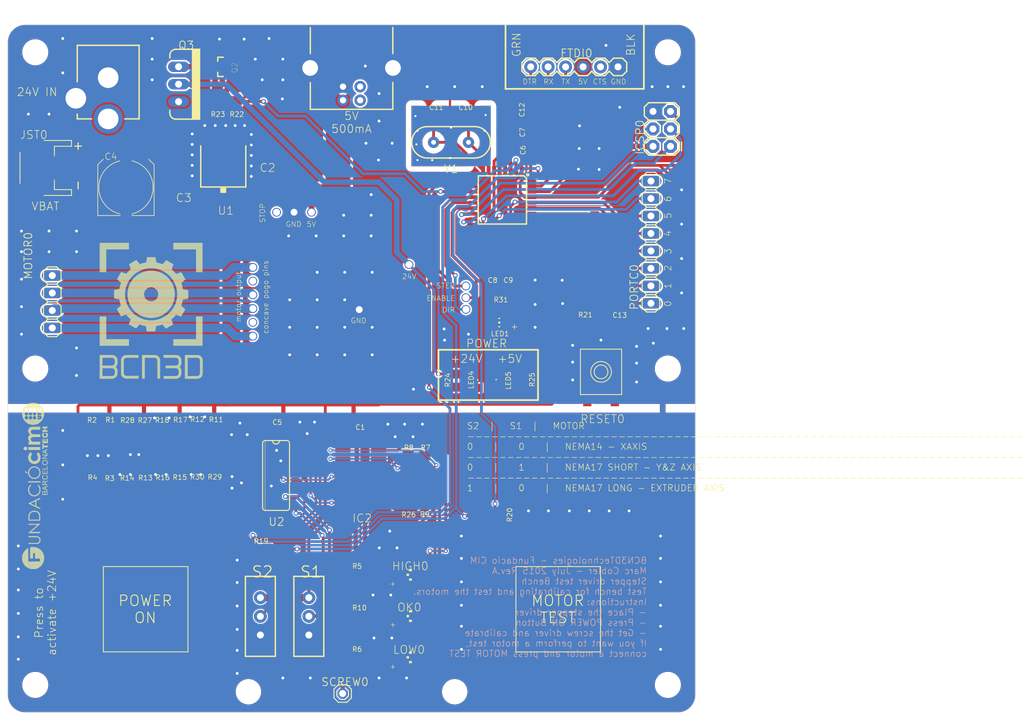
<source format=kicad_pcb>
(kicad_pcb (version 20221018) (generator pcbnew)
  (layers (0 "F.Cu" signal) (31 "B.Cu" signal) (34 "B.Paste" user) (35 "F.Paste" user) (36 "B.SilkS" user "B.Silkscreen") (37 "F.SilkS" user "F.Silkscreen") (38 "B.Mask" user) (39 "F.Mask" user) (44 "Edge.Cuts" user))
  (net 0 "")
  (net 1 "GND")
  (net 2 "5V")
  (net 3 "SCREW")
  (net 4 "N$4")
  (net 5 "N$5")
  (net 6 "N$6")
  (net 7 "N$7")
  (net 8 "N$8")
  (net 9 "N$10")
  (net 10 "N$12")
  (net 11 "N$13")
  (net 12 "N$14")
  (net 13 "N$15")
  (net 14 "N$16")
  (net 15 "N$17")
  (net 16 "N$2")
  (net 17 "N$3")
  (net 18 "N$19")
  (net 19 "N$20")
  (net 20 "~{RESET}")
  (net 21 "N$23")
  (net 22 "N$22")
  (net 23 "N$24")
  (net 24 "DTR")
  (net 25 "RX")
  (net 26 "TX")
  (net 27 "CTS")
  (net 28 "VIN")
  (net 29 "N$25")
  (net 30 "N$26")
  (net 31 "24VON")
  (net 32 "N$27")
  (net 33 "PC0")
  (net 34 "PC1")
  (net 35 "PC2")
  (net 36 "PC3")
  (net 37 "PC4")
  (net 38 "PC5")
  (net 39 "PC6")
  (net 40 "PC7")
  (net 41 "STEP")
  (net 42 "DIR")
  (net 43 "~{ENABLE}")
  (net 44 "MOSI")
  (net 45 "MISO")
  (net 46 "SCK")
  (net 47 "N$41")
  (net 48 "N$42")
  (net 49 "24VPWR")
  (net 50 "N$45")
  (net 51 "N$46")
  (net 52 "N$38")
  (net 53 "N$47")
  (net 54 "N$9")
  (net 55 "N$11")
  (net 56 "N$48")
  (net 57 "N$49")
  (net 58 "N$50")
  (net 59 "N$51")
  (net 60 "N$30")
  (net 61 "N$31")
  (net 62 "N$32")
  (net 63 "N$33")
  (net 64 "N$36")
  (net 65 "N$29")
  (net 66 "N$21")
  (net 67 "CGND")
  (footprint "working:M0805" (layer "F.Cu") (at 120.9039 114.77 -90)
    (fp_text reference "R18")
    (fp_text value "")
  )
  (footprint "working:C0805" (layer "F.Cu") (at 165.0999 68.288 180)
    (fp_text reference "C10")
    (fp_text value "22p" hide)
  )
  (footprint "working:1X08" (layer "F.Cu") (at 192.0371 86.626 90)
    (fp_text reference "PORTC0")
    (fp_text value "")
  )
  (footprint "working:M0805" (layer "F.Cu") (at 135.2549 131.2668)
    (fp_text reference "R19")
    (fp_text value "10M" hide)
  )
  (footprint "" (layer "F.Cu") (at 163.5011 152.0036)
    (fp_text reference "@HOLE1" hide)
    (fp_text value "")
  )
  (footprint "working:EVQ-Q2" (layer "F.Cu") (at 184.7823 105.484 -90)
    (fp_text reference "RESET0")
    (fp_text value "SPST_TACT-EVQQ2" hide)
  )
  (footprint "working:M0805" (layer "F.Cu") (at 123.4439 123.0504 -90)
    (fp_text reference "R15")
    (fp_text value "")
  )
  (footprint "working:USB-B-PTH" (layer "F.Cu") (at 148.5011 64.0036 -90)
    (fp_text reference "U$3" hide)
    (fp_text value "USB+SHIELD" hide)
  )
  (footprint "working:STAND-OFF" (layer "F.Cu") (at 194.5011 151.0036)
    (fp_text reference "U$7" hide)
    (fp_text value "" hide)
  )
  (footprint "working:M0805" (layer "F.Cu") (at 163.8099 106.7556 90)
    (fp_text reference "R24")
    (fp_text value "5.6K" hide)
  )
  (footprint "working:STAND-OFF" (layer "F.Cu") (at 102.5011 105.0036)
    (fp_text reference "U$9" hide)
    (fp_text value "" hide)
  )
  (footprint "working:M0805" (layer "F.Cu") (at 156.7179 123.3044 90)
    (fp_text reference "R26")
    (fp_text value "68.1K" hide)
  )
  (footprint "working:C0805" (layer "F.Cu") (at 169.0623 89.1668 -90)
    (fp_text reference "C8")
    (fp_text value "100n" hide)
  )
  (footprint "working:POGOPIN" (layer "F.Cu") (at 134.1411 96.2836)
    (fp_text reference "JP5" hide)
    (fp_text value "" hide)
  )
  (footprint "working:C0805" (layer "F.Cu") (at 137.5935 114.0784 180)
    (fp_text reference "C5")
    (fp_text value "100n" hide)
  )
  (footprint "working:M0805" (layer "F.Cu") (at 125.9839 114.77 -90)
    (fp_text reference "R12")
    (fp_text value "")
  )
  (footprint "working:POGOPIN" (layer "F.Cu") (at 156.8475 89.8868)
    (fp_text reference "JP9" hide)
    (fp_text value "" hide)
  )
  (footprint "working:POGOPIN" (layer "F.Cu") (at 140.1343 82.2668 90)
    (fp_text reference "JP14" hide)
    (fp_text value "" hide)
  )
  (footprint "working:C0805" (layer "F.Cu") (at 136.0931 77.9908 90)
    (fp_text reference "C2")
    (fp_text value "1uF" hide)
  )
  (footprint "working:M0805" (layer "F.Cu") (at 182.3587 98.342 180)
    (fp_text reference "R21")
    (fp_text value "10K" hide)
  )
  (footprint "working:C0805" (layer "F.Cu") (at 123.9811 82.4452 -90)
    (fp_text reference "C3")
    (fp_text value "0.33uF" hide)
  )
  (footprint "working:M0805" (layer "F.Cu") (at 170.1291 96.1772 180)
    (fp_text reference "R31")
    (fp_text value "1K" hide)
  )
  (footprint "working:M0805" (layer "F.Cu") (at 125.9839 122.9996 -90)
    (fp_text reference "R30")
    (fp_text value "")
  )
  (footprint "working:M0805" (layer "F.Cu") (at 115.8239 114.77 -90)
    (fp_text reference "R28")
    (fp_text value "")
  )
  (footprint "working:POGOPIN" (layer "F.Cu") (at 165.1311 94.6936)
    (fp_text reference "JP12" hide)
    (fp_text value "" hide)
  )
  (footprint "working:M0805" (layer "F.Cu") (at 123.4439 114.77 -90)
    (fp_text reference "R17")
    (fp_text value "")
  )
  (footprint "working:UD-8X10_NICHICON" (layer "F.Cu") (at 115.6875 78.6512 90)
    (fp_text reference "C4")
    (fp_text value "100uF" hide)
  )
  (footprint "working:POWER_JACK_PTH" (layer "F.Cu") (at 113.1027 54.9956 180)
    (fp_text reference "JP1" hide)
    (fp_text value "POWER_JACKPTH" hide)
  )
  (footprint "working:M0805" (layer "F.Cu") (at 168.4781 126.4088 180)
    (fp_text reference "R20")
    (fp_text value "10M" hide)
  )
  (footprint "working:CAPSENSE_PAD" (layer "F.Cu") (at 118.5011 140.0036)
    (fp_text reference "U$2" hide)
    (fp_text value "CAPSENSE_PAD" hide)
  )
  (footprint "working:CHIP-LED0805" (layer "F.Cu") (at 170.1291 98.3108 90)
    (fp_text reference "LED1")
    (fp_text value "")
  )
  (footprint "working:M0805" (layer "F.Cu") (at 115.8239 123.0504 -90)
    (fp_text reference "R14")
    (fp_text value "")
  )
  (footprint "working:SHORT_TOP-50" (layer "F.Cu") (at 162.8139 66.1544 90)
    (fp_text reference "SH1" hide)
    (fp_text value "SHORTT5" hide)
  )
  (footprint "working:C0805" (layer "F.Cu") (at 171.3483 89.1668 -90)
    (fp_text reference "C9")
    (fp_text value "100n" hide)
  )
  (footprint "working:C0805" (layer "F.Cu") (at 174.5487 67.2212 90)
    (fp_text reference "C12")
    (fp_text value "100n" hide)
  )
  (footprint "working:M0805" (layer "F.Cu") (at 120.9039 123.0504 -90)
    (fp_text reference "R16")
    (fp_text value "")
  )
  (footprint "working:C0805" (layer "F.Cu") (at 171.1687 70.546)
    (fp_text reference "C7")
    (fp_text value "100n" hide)
  )
  (footprint "working:M0805" (layer "F.Cu") (at 150.5011 135.0036 180)
    (fp_text reference "R5")
    (fp_text value "1K" hide)
  )
  (footprint "working:M0805" (layer "F.Cu") (at 150.5011 141.0036 180)
    (fp_text reference "R10")
    (fp_text value "1K" hide)
  )
  (footprint "working:BCN3D_LOGO" (layer "F.Cu") (at 111.8831 106.4736)
    (fp_text reference "U$11" hide)
    (fp_text value "" hide)
  )
  (footprint "working:POGOPIN" (layer "F.Cu") (at 134.1411 100.2836)
    (fp_text reference "JP7" hide)
    (fp_text value "" hide)
  )
  (footprint "working:1X04" (layer "F.Cu") (at 104.9771 95.2836 -90)
    (fp_text reference "MOTOR0")
    (fp_text value "")
  )
  (footprint "working:SO16" (layer "F.Cu") (at 137.5191 120.5504 -90)
    (fp_text reference "U2")
    (fp_text value "74HC4052" hide)
  )
  (footprint "working:C0805" (layer "F.Cu") (at 187.3607 98.3568)
    (fp_text reference "C13")
    (fp_text value "100n" hide)
  )
  (footprint "working:POGOPIN" (layer "F.Cu") (at 142.6743 82.2668 90)
    (fp_text reference "JP13" hide)
    (fp_text value "" hide)
  )
  (footprint "working:C0805" (layer "F.Cu") (at 171.2231 73.1648)
    (fp_text reference "C6")
    (fp_text value "100n" hide)
  )
  (footprint "working:M0805" (layer "F.Cu") (at 131.7243 65.0876 -90)
    (fp_text reference "R22")
    (fp_text value "100" hide)
  )
  (footprint "working:M0805" (layer "F.Cu") (at 128.5239 114.77 -90)
    (fp_text reference "R11")
    (fp_text value "")
  )
  (footprint "working:STAND-OFF" (layer "F.Cu") (at 102.5011 151.0036)
    (fp_text reference "U$6" hide)
    (fp_text value "" hide)
  )
  (footprint "working:CHIPLED_0805" (layer "F.Cu") (at 169.5259 106.7072)
    (fp_text reference "LED5")
    (fp_text value "")
  )
  (footprint "working:JST-PH-2-SMT-RA" (layer "F.Cu") (at 103.2763 75.8252 90)
    (fp_text reference "JST0")
    (fp_text value "")
  )
  (footprint "working:M0805" (layer "F.Cu") (at 156.7179 118.6308 -90)
    (fp_text reference "R8")
    (fp_text value "68.1K" hide)
  )
  (footprint "working:STAND-OFF" (layer "F.Cu") (at 194.5011 59.0036)
    (fp_text reference "U$4" hide)
    (fp_text value "" hide)
  )
  (footprint "working:2X3" (layer "F.Cu") (at 194.8835 72.6888 90)
    (fp_text reference "ICSP0")
    (fp_text value "AVR_SPI_PRG_6PTH" hide)
  )
  (footprint "working:M0805" (layer "F.Cu") (at 150.5011 147.0036 180)
    (fp_text reference "R6")
    (fp_text value "1K" hide)
  )
  (footprint "working:CHIPLED_0805" (layer "F.Cu") (at 166.8579 106.7556)
    (fp_text reference "LED4")
    (fp_text value "")
  )
  (footprint "working:FTDI_BASIC" (layer "F.Cu") (at 174.5487 61.1252)
    (fp_text reference "FTDI0")
    (fp_text value "FTDI_BASICPTH" hide)
  )
  (footprint "working:POGOPIN" (layer "F.Cu") (at 134.1411 98.2836)
    (fp_text reference "JP6" hide)
    (fp_text value "" hide)
  )
  (footprint "working:POGOPIN" (layer "F.Cu") (at 134.1411 94.2836)
    (fp_text reference "JP4" hide)
    (fp_text value "" hide)
  )
  (footprint "working:SO14" (layer "F.Cu") (at 149.8455 120.6784 -90)
    (fp_text reference "IC2")
    (fp_text value "LM339D" hide)
  )
  (footprint "working:M0805" (layer "F.Cu") (at 118.3639 123.0504 -90)
    (fp_text reference "R13")
    (fp_text value "")
  )
  (footprint "working:M0805" (layer "F.Cu") (at 113.2839 114.77 -90)
    (fp_text reference "R1")
    (fp_text value "")
  )
  (footprint "working:STAND-OFF" (layer "F.Cu") (at 194.5011 105.0036)
    (fp_text reference "U$8" hide)
    (fp_text value "" hide)
  )
  (footprint "working:C0805" (layer "F.Cu") (at 160.6803 68.288)
    (fp_text reference "C11")
    (fp_text value "22p" hide)
  )
  (footprint "working:POGOPIN" (layer "F.Cu") (at 165.1311 96.3936)
    (fp_text reference "JP11" hide)
    (fp_text value "" hide)
  )
  (footprint "working:FCIM_LOGO" (layer "F.Cu") (at 107.9627 135.9932 90)
    (fp_text reference "U$10" hide)
    (fp_text value "" hide)
  )
  (footprint "working:CAPSENSE_PAD" (layer "F.Cu") (at 178.5011 140.0036)
    (fp_text reference "U$1" hide)
    (fp_text value "CAPSENSE_PAD" hide)
  )
  (footprint "working:1X01" (layer "F.Cu") (at 147.2039 152.2628)
    (fp_text reference "SCREW0")
    (fp_text value "")
  )
  (footprint "working:CHIPLED_1206" (layer "F.Cu") (at 156.5011 147.0036 -90)
    (fp_text reference "LOW0")
    (fp_text value "")
  )
  (footprint "working:M0805" (layer "F.Cu") (at 110.7439 114.77 -90)
    (fp_text reference "R2")
    (fp_text value "")
  )
  (footprint "working:M0805" (layer "F.Cu") (at 113.2839 123.0504 -90)
    (fp_text reference "R3")
    (fp_text value "")
  )
  (footprint "working:M0805" (layer "F.Cu") (at 172.7263 106.7072 90)
    (fp_text reference "R25")
    (fp_text value "5.6K" hide)
  )
  (footprint "" (layer "F.Cu") (at 133.5011 152.0036)
    (fp_text reference "@HOLE0" hide)
    (fp_text value "")
  )
  (footprint "working:SWITCH-SPDT_KIT" (layer "F.Cu") (at 142.2871 141.0376)
    (fp_text reference "S1")
    (fp_text value "")
  )
  (footprint "working:TO-252" (layer "F.Cu") (at 129.8419 76.4376)
    (fp_text reference "U1")
    (fp_text value "+5V" hide)
  )
  (footprint "working:M0805" (layer "F.Cu") (at 118.3639 114.77 -90)
    (fp_text reference "R27")
    (fp_text value "")
  )
  (footprint "working:HC49US" (layer "F.Cu") (at 162.9663 72.098)
    (fp_text reference "Y1")
    (fp_text value "")
  )
  (footprint "working:M0805" (layer "F.Cu") (at 128.9811 65.0876 90)
    (fp_text reference "R23")
    (fp_text value "10K" hide)
  )
  (footprint "working:POGOPIN" (layer "F.Cu") (at 134.1411 92.2836)
    (fp_text reference "JP3" hide)
    (fp_text value "" hide)
  )
  (footprint "working:C0805" (layer "F.Cu") (at 149.8091 114.6684)
    (fp_text reference "C1")
    (fp_text value "100n" hide)
  )
  (footprint "working:POGOPIN" (layer "F.Cu") (at 137.5943 82.2668 90)
    (fp_text reference "JP15" hide)
    (fp_text value "" hide)
  )
  (footprint "working:TQFP32-08" (layer "F.Cu") (at 170.4339 80.48 -90)
    (fp_text reference "U3")
    (fp_text value "ATMEGA328P")
  )
  (footprint "working:M0805" (layer "F.Cu") (at 159.1563 118.6308 -90)
    (fp_text reference "R7")
    (fp_text value "68.1K" hide)
  )
  (footprint "working:M0805" (layer "F.Cu") (at 159.1563 123.3044 90)
    (fp_text reference "R9")
    (fp_text value "10K" hide)
  )
  (footprint "working:CHIPLED_1206" (layer "F.Cu") (at 156.5011 135.0036 -90)
    (fp_text reference "HIGH0")
    (fp_text value "")
  )
  (footprint "working:SWITCH-SPDT_KIT" (layer "F.Cu") (at 135.2391 141.0376)
    (fp_text reference "S2")
    (fp_text value "")
  )
  (footprint "working:POGOPIN" (layer "F.Cu") (at 134.1411 90.2836)
    (fp_text reference "JP2" hide)
    (fp_text value "" hide)
  )
  (footprint "working:POGOPIN" (layer "F.Cu") (at 165.1311 92.9936)
    (fp_text reference "JP10" hide)
    (fp_text value "" hide)
  )
  (footprint "working:SOT23-3" (layer "F.Cu") (at 129.7431 61.1252 90)
    (fp_text reference "Q2")
    (fp_text value "MMBT2222A" hide)
  )
  (footprint "working:CHIPLED_1206" (layer "F.Cu") (at 156.5011 141.0036 -90)
    (fp_text reference "OK0")
    (fp_text value "")
  )
  (footprint "working:POGOPIN" (layer "F.Cu") (at 149.6141 96.4288)
    (fp_text reference "JP8" hide)
    (fp_text value "" hide)
  )
  (footprint "working:STAND-OFF" (layer "F.Cu") (at 102.5011 59.0036)
    (fp_text reference "U$5" hide)
    (fp_text value "" hide)
  )
  (footprint "working:TO220V" (layer "F.Cu") (at 123.3423 63.6492 -90)
    (fp_text reference "Q3")
    (fp_text value "MOSFET-PCHANNELFQP27P06" hide)
  )
  (footprint "working:M0805" (layer "F.Cu") (at 110.7439 123.0504 -90)
    (fp_text reference "R4")
    (fp_text value "")
  )
  (footprint "working:M0805" (layer "F.Cu") (at 128.5239 122.9996 -90)
    (fp_text reference "R29")
    (fp_text value "")
  )
  (gr_line (start 170.8911 55.0292) (end 170.8911 64.3256) (stroke (width 0.254)) (layer "F.SilkS"))
  (gr_line (start 170.8911 64.3256) (end 191.0079 64.3256) (stroke (width 0.254)) (layer "F.SilkS"))
  (gr_line (start 175.6155 102.2732) (end 175.6155 109.5884) (stroke (width 0.254)) (layer "F.SilkS"))
  (gr_line (start 161.1375 102.2732) (end 175.6155 102.2732) (stroke (width 0.254)) (layer "F.SilkS"))
  (gr_line (start 175.6155 109.5884) (end 161.1375 109.5884) (stroke (width 0.254)) (layer "F.SilkS"))
  (gr_line (start 191.0079 64.3256) (end 191.0079 55.0292) (stroke (width 0.254)) (layer "F.SilkS"))
  (gr_line (start 161.1375 109.5884) (end 161.1375 102.2732) (stroke (width 0.254)) (layer "F.SilkS"))
  (gr_arc (start 98.5011 57.5436) (mid 99.245049 55.747549) (end 101.0411 55.0036) (stroke (width 0.05)) (layer "Edge.Cuts"))
  (gr_line (start 198.5011 152.4636) (end 198.5011 57.5436) (stroke (width 0.05)) (layer "Edge.Cuts"))
  (gr_arc (start 195.9611 55.0036) (mid 197.757151 55.747549) (end 198.5011 57.5436) (stroke (width 0.05)) (layer "Edge.Cuts"))
  (gr_line (start 101.0411 155.0036) (end 195.9611 155.0036) (stroke (width 0.05)) (layer "Edge.Cuts"))
  (gr_arc (start 101.0411 155.0036) (mid 99.245049 154.259651) (end 98.5011 152.4636) (stroke (width 0.05)) (layer "Edge.Cuts"))
  (gr_line (start 98.5011 57.5436) (end 98.5011 152.4636) (stroke (width 0.05)) (layer "Edge.Cuts"))
  (gr_line (start 195.9611 55.0036) (end 101.0411 55.0036) (stroke (width 0.05)) (layer "Edge.Cuts"))
  (gr_arc (start 198.5011 152.4636) (mid 197.757151 154.259651) (end 195.9611 155.0036) (stroke (width 0.05)) (layer "Edge.Cuts"))
  (gr_text "BCN3DTechnologies - Fundacio CIM\nMarc Cobler - July 2015 Rev.A\nStepper driver test Bench\nTest bench for calibrating and test the motors.\nInstructions:\n- Place the stepper driver\n- Press POWER ON Button\n- Get the screw driver and calibrate\nIf you want to perform a motor test,\nconnect a motor and press MOTOR TEST" (at 191.5011 147.0036) (layer "B.SilkS") (effects (font (size 0.93472 0.93472) (thickness 0.08128)) (justify left bottom mirror)))
  (gr_text "GRN" (at 173.1771 59.7536 90) (layer "F.SilkS") (effects (font (size 1.1684 1.1684) (thickness 0.1016)) (justify left bottom)))
  (gr_text "+" (at 153.9935 142.6592) (layer "F.SilkS") (effects (font (size 0.747776 0.747776) (thickness 0.065024)) (justify left bottom)))
  (gr_text "POWER" (at 168.1479 101.3588) (layer "F.SilkS") (effects (font (size 1.1684 1.1684) (thickness 0.1016))))
  (gr_text "5" (at 194.5131 82.766 90) (layer "F.SilkS") (effects (font (size 0.93472 0.93472) (thickness 0.08128))))
  (gr_text "0" (at 194.5131 95.5676 90) (layer "F.SilkS") (effects (font (size 0.93472 0.93472) (thickness 0.08128))))
  (gr_text "5V\n500mA" (at 148.4883 69.2024) (layer "F.SilkS") (effects (font (size 1.1684 1.1684) (thickness 0.1016))))
  (gr_text "24V" (at 155.8035 92.0624) (layer "F.SilkS") (effects (font (size 0.747776 0.747776) (thickness 0.065024)) (justify left bottom)))
  (gr_text "+24V" (at 162.8139 104.2544) (layer "F.SilkS") (effects (font (size 1.1684 1.1684) (thickness 0.1016)) (justify left bottom)))
  (gr_text "GND" (at 138.8871 84.4424) (layer "F.SilkS") (effects (font (size 0.747776 0.747776) (thickness 0.065024)) (justify left bottom)))
  (gr_text "RX" (at 176.3775 63.716) (layer "F.SilkS") (effects (font (size 0.747776 0.747776) (thickness 0.065024)) (justify left bottom)))
  (gr_text "motor output" (at 132.4863 98.3108 90) (layer "F.SilkS") (effects (font (size 0.747776 0.747776) (thickness 0.065024)) (justify left bottom)))
  (gr_text "+" (at 153.9935 136.7156) (layer "F.SilkS") (effects (font (size 0.747776 0.747776) (thickness 0.065024)) (justify left bottom)))
  (gr_text "Press to\nactivate +24V" (at 103.9875 140.5256 90) (layer "F.SilkS") (effects (font (size 1.1684 1.1684) (thickness 0.1016))))
  (gr_text "6" (at 194.5131 80.3276 90) (layer "F.SilkS") (effects (font (size 0.93472 0.93472) (thickness 0.08128))))
  (gr_text "24V IN" (at 102.7683 64.7828) (layer "F.SilkS") (effects (font (size 1.1684 1.1684) (thickness 0.1016))))
  (gr_text "STEP" (at 163.5759 92.5196) (layer "F.SilkS") (effects (font (size 0.747776 0.747776) (thickness 0.065024)) (justify right top)))
  (gr_text "STOP" (at 135.9915 83.8328 90) (layer "F.SilkS") (effects (font (size 0.747776 0.747776) (thickness 0.065024)) (justify left bottom)))
  (gr_text "S2  |   S1  |   MOTOR\n----------------------------------------------------------------------\n0    |    0    |   NEMA14 - XAXIS\n----------------------------------------------------------------------\n0    |    1    |   NEMA17 SHORT - Y&Z AXIS\n----------------------------------------------------------------------\n1    |    0    |   NEMA17 LONG - EXTRUDER AXIS" (at 165.2339 122.92) (layer "F.SilkS") (effects (font (size 0.93472 0.93472) (thickness 0.08128)) (justify left bottom)))
  (gr_text "+5V" (at 169.6719 104.2544) (layer "F.SilkS") (effects (font (size 1.1684 1.1684) (thickness 0.1016)) (justify left bottom)))
  (gr_text "1" (at 194.5131 92.9768 90) (layer "F.SilkS") (effects (font (size 0.93472 0.93472) (thickness 0.08128))))
  (gr_text "DIR" (at 163.5759 96.0248) (layer "F.SilkS") (effects (font (size 0.747776 0.747776) (thickness 0.065024)) (justify right top)))
  (gr_text "VBAT" (at 103.9875 81.3944) (layer "F.SilkS") (effects (font (size 1.1684 1.1684) (thickness 0.1016))))
  (gr_text "2" (at 194.5131 90.386 90) (layer "F.SilkS") (effects (font (size 0.93472 0.93472) (thickness 0.08128))))
  (gr_text "MOTOR\nTEST" (at 178.5011 140.0036) (layer "F.SilkS") (effects (font (size 1.542288 1.542288) (thickness 0.134112))))
  (gr_text "3" (at 194.5131 87.9476 90) (layer "F.SilkS") (effects (font (size 0.93472 0.93472) (thickness 0.08128))))
  (gr_text "BLK" (at 189.7887 59.6012 90) (layer "F.SilkS") (effects (font (size 1.1684 1.1684) (thickness 0.1016)) (justify left bottom)))
  (gr_text "TX" (at 178.9683 63.716) (layer "F.SilkS") (effects (font (size 0.747776 0.747776) (thickness 0.065024)) (justify left bottom)))
  (gr_text "5V" (at 181.4067 63.716) (layer "F.SilkS") (effects (font (size 0.747776 0.747776) (thickness 0.065024)) (justify left bottom)))
  (gr_text "ENABLE" (at 163.5759 94.3484) (layer "F.SilkS") (effects (font (size 0.747776 0.747776) (thickness 0.065024)) (justify right top)))
  (gr_text "+" (at 153.9935 148.7552) (layer "F.SilkS") (effects (font (size 0.747776 0.747776) (thickness 0.065024)) (justify left bottom)))
  (gr_text "concave pogo pins" (at 136.4487 99.9872 90) (layer "F.SilkS") (effects (font (size 0.747776 0.747776) (thickness 0.065024)) (justify left bottom)))
  (gr_text "5V" (at 141.9351 84.4424) (layer "F.SilkS") (effects (font (size 0.747776 0.747776) (thickness 0.065024)) (justify left bottom)))
  (gr_text "GND" (at 148.3359 98.4632) (layer "F.SilkS") (effects (font (size 0.747776 0.747776) (thickness 0.065024)) (justify left bottom)))
  (gr_text "4" (at 194.5131 85.3568 90) (layer "F.SilkS") (effects (font (size 0.93472 0.93472) (thickness 0.08128))))
  (gr_text "7" (at 194.5131 77.7368 90) (layer "F.SilkS") (effects (font (size 0.93472 0.93472) (thickness 0.08128))))
  (gr_text "GND" (at 186.1311 63.716) (layer "F.SilkS") (effects (font (size 0.747776 0.747776) (thickness 0.065024)) (justify left bottom)))
  (gr_text "POWER\nON" (at 118.5011 140.0036) (layer "F.SilkS") (effects (font (size 1.542288 1.542288) (thickness 0.134112))))
  (gr_text "DTR" (at 173.3295 63.716) (layer "F.SilkS") (effects (font (size 0.747776 0.747776) (thickness 0.065024)) (justify left bottom)))
  (gr_text "CTS" (at 183.5403 63.716) (layer "F.SilkS") (effects (font (size 0.747776 0.747776) (thickness 0.065024)) (justify left bottom)))
  (segment (start 147.5011 95.0036) (end 148.9263 96.4288) (width 1.6764) (layer "F.Cu") (net 1))
  (segment (start 140.1343 82.2668) (end 140.1343 84.9256) (width 1.6764) (layer "F.Cu") (net 1))
  (segment (start 140.1343 84.9256) (end 139.3531 85.7068) (width 1.6764) (layer "F.Cu") (net 1))
  (segment (start 148.9263 96.4288) (end 149.6141 96.4288) (width 1.6764) (layer "F.Cu") (net 1))
  (via (at 147.3531 82.7068) (size 0.7112) (drill 0.4064) (layers "F.Cu" "B.Cu") (net 1))
  (via (at 125.3235 75.4508) (size 0.7112) (drill 0.4064) (layers "F.Cu" "B.Cu") (net 1))
  (via (at 174.2319 125.6988) (size 0.7112) (drill 0.4064) (layers "F.Cu" "B.Cu") (net 1))
  (via (at 175.1963 99.0036) (size 0.7112) (drill 0.4064) (layers "F.Cu" "B.Cu") (net 1))
  (via (at 156.5011 150.0036) (size 0.7112) (drill 0.4064) (layers "F.Cu" "B.Cu") (net 1))
  (via (at 175.1963 95.68) (size 0.7112) (drill 0.4064) (layers "F.Cu" "B.Cu") (net 1))
  (via (at 164.4783 142.4796) (size 0.7112) (drill 0.4064) (layers "F.Cu" "B.Cu") (net 1))
  (via (at 111.6075 117.6656) (size 0.7112) (drill 0.4064) (layers "F.Cu" "B.Cu") (net 1))
  (via (at 193.4343 142.4796) (size 0.7112) (drill 0.4064) (layers "F.Cu" "B.Cu") (net 1))
  (via (at 100.0371 137.2) (size 0.7112) (drill 0.4064) (layers "F.Cu" "B.Cu") (net 1))
  (via (at 135.5011 63.0036) (size 0.7112) (drill 0.4064) (layers "F.Cu" "B.Cu") (net 1))
  (via (at 106.5011 124.0036) (size 0.7112) (drill 0.4064) (layers "F.Cu" "B.Cu") (net 1))
  (via (at 132.2631 112.9368) (size 0.7112) (drill 0.4064) (layers "F.Cu" "B.Cu") (net 1))
  (via (at 191.6243 99.1852) (size 0.7112) (drill 0.4064) (layers "F.Cu" "B.Cu") (net 1))
  (via (at 108.5011 85.0036) (size 0.7112) (drill 0.4064) (layers "F.Cu" "B.Cu") (net 1))
  (via (at 177.1275 125.6988) (size 0.7112) (drill 0.4064) (layers "F.Cu" "B.Cu") (net 1))
  (via (at 119.9895 120.4088) (size 0.7112) (drill 0.4064) (layers "F.Cu" "B.Cu") (net 1))
  (via (at 131.1147 122.39) (size 0.7112) (drill 0.4064) (layers "F.Cu" "B.Cu") (net 1))
  (via (at 184.7663 100.8616) (size 0.7112) (drill 0.4064) (layers "F.Cu" "B.Cu") (net 1))
  (via (at 152.5283 131.0808) (size 0.7112) (drill 0.4064) (layers "F.Cu" "B.Cu") (net 1))
  (via (at 189.9479 101.776) (size 0.7112) (drill 0.4064) (layers "F.Cu" "B.Cu") (net 1))
  (via (at 139.5011 99.0036) (size 0.7112) (drill 0.4064) (layers "F.Cu" "B.Cu") (net 1))
  (via (at 188.8623 125.6988) (size 0.7112) (drill 0.4064) (layers "F.Cu" "B.Cu") (net 1))
  (via (at 181.6055 73.0036) (size 0.7112) (drill 0.4064) (layers "F.Cu" "B.Cu") (net 1))
  (via (at 125.0187 112.0268) (size 0.7112) (drill 0.4064) (layers "F.Cu" "B.Cu") (net 1))
  (via (at 143.5011 91.0036) (size 0.7112) (drill 0.4064) (layers "F.Cu" "B.Cu") (net 1))
  (via (at 143.1107 112.7844) (size 0.7112) (drill 0.4064) (layers "F.Cu" "B.Cu") (net 1))
  (via (at 117.5511 117.5132) (size 0.7112) (drill 0.4064) (layers "F.Cu" "B.Cu") (net 1))
  (via (at 100.0371 144.0184) (size 0.7112) (drill 0.4064) (layers "F.Cu" "B.Cu") (net 1))
  (via (at 193.4343 145.8324) (size 0.7112) (drill 0.4064) (layers "F.Cu" "B.Cu") (net 1))
  (via (at 108.5011 106.0036) (size 0.7112) (drill 0.4064) (layers "F.Cu" "B.Cu") (net 1))
  (via (at 125.3235 72.4028) (size 0.7112) (drill 0.4064) (layers "F.Cu" "B.Cu") (net 1))
  (via (at 136.5011 57.0036) (size 0.7112) (drill 0.4064) (layers "F.Cu" "B.Cu") (net 1))
  (via (at 150.5011 61.0036) (size 0.7112) (drill 0.4064) (layers "F.Cu" "B.Cu") (net 1))
  (via (at 100.0371 130.7992) (size 0.7112) (drill 0.4064) (layers "F.Cu" "B.Cu") (net 1))
  (via (at 193.4343 136.0224) (size 0.7112) (drill 0.4064) (layers "F.Cu" "B.Cu") (net 1))
  (via (at 147.5011 91.0036) (size 0.7112) (drill 0.4064) (layers "F.Cu" "B.Cu") (net 1))
  (via (at 151.5011 103.0036) (size 0.7112) (drill 0.4064) (layers "F.Cu" "B.Cu") (net 1))
  (via (at 136.8351 122.0808) (size 0.7112) (drill 0.4064) (layers "F.Cu" "B.Cu") (net 1))
  (via (at 132.9435 69.6596) (size 0.7112) (drill 0.4064) (layers "F.Cu" "B.Cu") (net 1))
  (via (at 100.0371 134.152) (size 0.7112) (drill 0.4064) (layers "F.Cu" "B.Cu") (net 1))
  (via (at 138.5011 63.0036) (size 0.7112) (drill 0.4064) (layers "F.Cu" "B.Cu") (net 1))
  (via (at 184.5011 76.0516) (size 0.7112) (drill 0.4064) (layers "F.Cu" "B.Cu") (net 1))
  (via (at 131.8647 139.5276) (size 0.7112) (drill 0.4064) (layers "F.Cu" "B.Cu") (net 1))
  (via (at 100.0371 147.2752) (size 0.7112) (drill 0.4064) (layers "F.Cu" "B.Cu") (net 1))
  (via (at 142.5011 150.0036) (size 0.7112) (drill 0.4064) (layers "F.Cu" "B.Cu") (net 1))
  (via (at 151.7663 144.1872) (size 0.7112) (drill 0.4064) (layers "F.Cu" "B.Cu") (net 1))
  (via (at 137.5971 116.8992) (size 0.7112) (drill 0.4064) (layers "F.Cu" "B.Cu") (net 1))
  (via (at 180.6515 106.6528) (size 0.7112) (drill 0.4064) (layers "F.Cu" "B.Cu") (net 1))
  (via (at 158.8079 113.0892) (size 0.7112) (drill 0.4064) (layers "F.Cu" "B.Cu") (net 1))
  (via (at 193.4343 132.6132) (size 0.7112) (drill 0.4064) (layers "F.Cu" "B.Cu") (net 1))
  (via (at 180.6515 101.6236) (size 0.7112) (drill 0.4064) (layers "F.Cu" "B.Cu") (net 1))
  (via (at 143.5011 103.0036) (size 0.7112) (drill 0.4064) (layers "F.Cu" "B.Cu") (net 1))
  (via (at 133.9247 74.0124) (size 0.7112) (drill 0.4064) (layers "F.Cu" "B.Cu") (net 1))
  (via (at 104.5011 88.0036) (size 0.7112) (drill 0.4064) (layers "F.Cu" "B.Cu") (net 1))
  (via (at 131.8647 145.9848) (size 0.7112) (drill 0.4064) (layers "F.Cu" "B.Cu") (net 1))
  (via (at 196.5011 84.0036) (size 0.7112) (drill 0.4064) (layers "F.Cu" "B.Cu") (net 1))
  (via (at 100.5011 100.0036) (size 0.7112) (drill 0.4064) (layers "F.Cu" "B.Cu") (net 1))
  (via (at 192.2151 64.0036) (size 0.7112) (drill 0.4064) (layers "F.Cu" "B.Cu") (net 1))
  (via (at 110.0835 117.6656) (size 0.7112) (drill 0.4064) (layers "F.Cu" "B.Cu") (net 1))
  (via (at 101.5011 68.0036) (size 0.7112) (drill 0.4064) (layers "F.Cu" "B.Cu") (net 1))
  (via (at 163.5011 64.0036) (size 0.7112) (drill 0.4064) (layers "F.Cu" "B.Cu") (net 1))
  (via (at 152.5011 150.0036) (size 0.7112) (drill 0.4064) (layers "F.Cu" "B.Cu") (net 1))
  (via (at 119.5011 60.0036) (size 0.7112) (drill 0.4064) (layers "F.Cu" "B.Cu") (net 1))
  (via (at 143.5011 95.0036) (size 0.7112) (drill 0.4064) (layers "F.Cu" "B.Cu") (net 1))
  (via (at 134.5011 60.0036) (size 0.7112) (drill 0.4064) (layers "F.Cu" "B.Cu") (net 1))
  (via (at 164.4783 136.0224) (size 0.7112) (drill 0.4064) (layers "F.Cu" "B.Cu") (net 1))
  (via (at 196.5011 79.0036) (size 0.7112) (drill 0.4064) (layers "F.Cu" "B.Cu") (net 1))
  (via (at 108.5011 88.0036) (size 0.7112) (drill 0.4064) (layers "F.Cu" "B.Cu") (net 1))
  (via (at 151.6139 137.9388) (size 0.7112) (drill 0.4064) (layers "F.Cu" "B.Cu") (net 1))
  (via (at 100.5011 88.0036) (size 0.7112) (drill 0.4064) (layers "F.Cu" "B.Cu") (net 1))
  (via (at 193.4343 139.4316) (size 0.7112) (drill 0.4064) (layers "F.Cu" "B.Cu") (net 1))
  (via (at 131.8647 149.3376) (size 0.7112) (drill 0.4064) (layers "F.Cu" "B.Cu") (net 1))
  (via (at 194.5011 64.0036) (size 0.7112) (drill 0.4064) (layers "F.Cu" "B.Cu") (net 1))
  (via (at 138.5011 60.0036) (size 0.7112) (drill 0.4064) (layers "F.Cu" "B.Cu") (net 1))
  (via (at 106.5011 62.0036) (size 0.7112) (drill 0.4064) (layers "F.Cu" "B.Cu") (net 1))
  (via (at 147.3531 85.7068) (size 0.7112) (drill 0.4064) (layers "F.Cu" "B.Cu") (net 1))
  (via (at 184.5011 73.0036) (size 0.7112) (drill 0.4064) (layers "F.Cu" "B.Cu") (net 1))
  (via (at 142.0439 114.4608) (size 0.7112) (drill 0.4064) (layers "F.Cu" "B.Cu") (net 1))
  (via (at 196.7871 64.0036) (size 0.7112) (drill 0.4064) (layers "F.Cu" "B.Cu") (net 1))
  (via (at 139.5011 103.0036) (size 0.7112) (drill 0.4064) (layers "F.Cu" "B.Cu") (net 1))
  (via (at 164.4783 145.8324) (size 0.7112) (drill 0.4064) (layers "F.Cu" "B.Cu") (net 1))
  (via (at 125.3235 73.9268) (size 0.7112) (drill 0.4064) (layers "F.Cu" "B.Cu") (net 1))
  (via (at 155.1191 131.0808) (size 0.7112) (drill 0.4064) (layers "F.Cu" "B.Cu") (net 1))
  (via (at 131.1147 120.7136) (size 0.7112) (drill 0.4064) (layers "F.Cu" "B.Cu") (net 1))
  (via (at 119.5011 63.0036) (size 0.7112) (drill 0.4064) (layers "F.Cu" "B.Cu") (net 1))
  (via (at 113.1315 117.6656) (size 0.7112) (drill 0.4064) (layers "F.Cu" "B.Cu") (net 1))
  (via (at 143.5011 99.0036) (size 0.7112) (drill 0.4064) (layers "F.Cu" "B.Cu") (net 1))
  (via (at 133.3299 114.6132) (size 0.7112) (drill 0.4064) (layers "F.Cu" "B.Cu") (net 1))
  (via (at 185.5011 58.0036) (size 0.7112) (drill 0.4064) (layers "F.Cu" "B.Cu") (net 1))
  (via (at 175.1963 92.1372) (size 0.7112) (drill 0.4064) (layers "F.Cu" "B.Cu") (net 1))
  (via (at 121.5135 120.4088) (size 0.7112) (drill 0.4064) (layers "F.Cu" "B.Cu") (net 1))
  (via (at 193.4343 129.3564) (size 0.7112) (drill 0.4064) (layers "F.Cu" "B.Cu") (net 1))
  (via (at 194.3675 99.1852) (size 0.7112) (drill 0.4064) (layers "F.Cu" "B.Cu") (net 1))
  (via (at 100.5011 92.0036) (size 0.7112) (drill 0.4064) (layers "F.Cu" "B.Cu") (net 1))
  (via (at 106.5011 114.0036) (size 0.7112) (drill 0.4064) (layers "F.Cu" "B.Cu") (net 1))
  (via (at 196.5011 89.0036) (size 0.7112) (drill 0.4064) (layers "F.Cu" "B.Cu") (net 1))
  (via (at 104.5011 68.0036) (size 0.7112) (drill 0.4064) (layers "F.Cu" "B.Cu") (net 1))
  (via (at 189.9479 104.2144) (size 0.7112) (drill 0.4064) (layers "F.Cu" "B.Cu") (net 1))
  (via (at 100.0371 140.6092) (size 0.7112) (drill 0.4064) (layers "F.Cu" "B.Cu") (net 1))
  (via (at 180.1755 125.6988) (size 0.7112) (drill 0.4064) (layers "F.Cu" "B.Cu") (net 1))
  (via (at 133.9247 70.9644) (size 0.7112) (drill 0.4064) (layers "F.Cu" "B.Cu") (net 1))
  (via (at 138.5011 150.0036) (size 0.7112) (drill 0.4064) (layers "F.Cu" "B.Cu") (net 1))
  (via (at 151.3531 85.7068) (size 0.7112) (drill 0.4064) (layers "F.Cu" "B.Cu") (net 1))
  (via (at 139.3531 85.7068) (size 0.7112) (drill 0.4064) (layers "F.Cu" "B.Cu") (net 1))
  (via (at 164.4783 132.6132) (size 0.7112) (drill 0.4064) (layers "F.Cu" "B.Cu") (net 1))
  (via (at 131.5719 69.6596) (size 0.7112) (drill 0.4064) (layers "F.Cu" "B.Cu") (net 1))
  (via (at 125.3235 70.8788) (size 0.7112) (drill 0.4064) (layers "F.Cu" "B.Cu") (net 1))
  (via (at 125.1711 120.4088) (size 0.7112) (drill 0.4064) (layers "F.Cu" "B.Cu") (net 1))
  (via (at 150.5911 72.2392) (size 0.7112) (drill 0.4064) (layers "F.Cu" "B.Cu") (net 1))
  (via (at 179.1295 92.156) (size 0.7112) (drill 0.4064) (layers "F.Cu" "B.Cu") (net 1))
  (via (at 192.3863 101.3188) (size 0.7112) (drill 0.4064) (layers "F.Cu" "B.Cu") (net 1))
  (via (at 129.2903 57.0892) (size 0.7112) (drill 0.4064) (layers "F.Cu" "B.Cu") (net 1))
  (via (at 147.5011 95.0036) (size 0.7112) (drill 0.4064) (layers "F.Cu" "B.Cu") (net 1))
  (via (at 151.3531 82.7068) (size 0.7112) (drill 0.4064) (layers "F.Cu" "B.Cu") (net 1))
  (via (at 181.5011 76.0036) (size 0.7112) (drill 0.4064) (layers "F.Cu" "B.Cu") (net 1))
  (via (at 139.5011 95.0036) (size 0.7112) (drill 0.4064) (layers "F.Cu" "B.Cu") (net 1))
  (via (at 121.9707 112.1792) (size 0.7112) (drill 0.4064) (layers "F.Cu" "B.Cu") (net 1))
  (via (at 196.5011 94.0036) (size 0.7112) (drill 0.4064) (layers "F.Cu" "B.Cu") (net 1))
  (via (at 132.4863 121.628) (size 0.7112) (drill 0.4064) (layers "F.Cu" "B.Cu") (net 1))
  (via (at 127.1523 112.0268) (size 0.7112) (drill 0.4064) (layers "F.Cu" "B.Cu") (net 1))
  (via (at 196.8059 99.1852) (size 0.7112) (drill 0.4064) (layers "F.Cu" "B.Cu") (net 1))
  (via (at 100.5011 96.0036) (size 0.7112) (drill 0.4064) (layers "F.Cu" "B.Cu") (net 1))
  (via (at 132.8811 57.0892) (size 0.7112) (drill 0.4064) (layers "F.Cu" "B.Cu") (net 1))
  (via (at 131.8647 132.8616) (size 0.7112) (drill 0.4064) (layers "F.Cu" "B.Cu") (net 1))
  (via (at 161.9583 99.2416) (size 0.7112) (drill 0.4064) (layers "F.Cu" "B.Cu") (net 1))
  (via (at 156.2171 113.0892) (size 0.7112) (drill 0.4064) (layers "F.Cu" "B.Cu") (net 1))
  (via (at 131.8647 136.1184) (size 0.7112) (drill 0.4064) (layers "F.Cu" "B.Cu") (net 1))
  (via (at 179.1963 95.5464) (size 0.7112) (drill 0.4064) (layers "F.Cu" "B.Cu") (net 1))
  (via (at 108.5011 102.0036) (size 0.7112) (drill 0.4064) (layers "F.Cu" "B.Cu") (net 1))
  (via (at 180.6515 104.062) (size 0.7112) (drill 0.4064) (layers "F.Cu" "B.Cu") (net 1))
  (via (at 185.9667 125.6988) (size 0.7112) (drill 0.4064) (layers "F.Cu" "B.Cu") (net 1))
  (via (at 116.3319 117.5132) (size 0.7112) (drill 0.4064) (layers "F.Cu" "B.Cu") (net 1))
  (via (at 147.5011 103.0036) (size 0.7112) (drill 0.4064) (layers "F.Cu" "B.Cu") (net 1))
  (via (at 167.5011 64.0036) (size 0.7112) (drill 0.4064) (layers "F.Cu" "B.Cu") (net 1))
  (via (at 154.0523 128.6424) (size 0.7112) (drill 0.4064) (layers "F.Cu" "B.Cu") (net 1))
  (via (at 138.2067 118.4232) (size 0.7112) (drill 0.4064) (layers "F.Cu" "B.Cu") (net 1))
  (via (at 154.3571 144.1872) (size 0.7112) (drill 0.4064) (layers "F.Cu" "B.Cu") (net 1))
  (via (at 128.6763 69.6596) (size 0.7112) (drill 0.4064) (layers "F.Cu" "B.Cu") (net 1))
  (via (at 152.5011 65.0036) (size 0.7112) (drill 0.4064) (layers "F.Cu" "B.Cu") (net 1))
  (via (at 152.5011 69.0036) (size 0.7112) (drill 0.4064) (layers "F.Cu" "B.Cu") (net 1))
  (via (at 106.5011 119.0036) (size 0.7112) (drill 0.4064) (layers "F.Cu" "B.Cu") (net 1))
  (via (at 133.9247 72.4884) (size 0.7112) (drill 0.4064) (layers "F.Cu" "B.Cu") (net 1))
  (via (at 140.9771 112.7844) (size 0.7112) (drill 0.4064) (layers "F.Cu" "B.Cu") (net 1))
  (via (at 164.4783 139.4316) (size 0.7112) (drill 0.4064) (layers "F.Cu" "B.Cu") (net 1))
  (via (at 125.3235 76.9748) (size 0.7112) (drill 0.4064) (layers "F.Cu" "B.Cu") (net 1))
  (via (at 181.6535 69.6988) (size 0.7112) (drill 0.4064) (layers "F.Cu" "B.Cu") (net 1))
  (via (at 133.9247 77.0604) (size 0.7112) (drill 0.4064) (layers "F.Cu" "B.Cu") (net 1))
  (via (at 119.5011 57.0036) (size 0.7112) (drill 0.4064) (layers "F.Cu" "B.Cu") (net 1))
  (via (at 133.9247 75.5364) (size 0.7112) (drill 0.4064) (layers "F.Cu" "B.Cu") (net 1))
  (via (at 104.5011 85.0036) (size 0.7112) (drill 0.4064) (layers "F.Cu" "B.Cu") (net 1))
  (via (at 152.4199 74.6776) (size 0.7112) (drill 0.4064) (layers "F.Cu" "B.Cu") (net 1))
  (via (at 159.5011 64.0036) (size 0.7112) (drill 0.4064) (layers "F.Cu" "B.Cu") (net 1))
  (via (at 151.5011 91.0036) (size 0.7112) (drill 0.4064) (layers "F.Cu" "B.Cu") (net 1))
  (via (at 189.9479 106.9576) (size 0.7112) (drill 0.4064) (layers "F.Cu" "B.Cu") (net 1))
  (via (at 154.2047 137.9388) (size 0.7112) (drill 0.4064) (layers "F.Cu" "B.Cu") (net 1))
  (via (at 164.4783 129.3564) (size 0.7112) (drill 0.4064) (layers "F.Cu" "B.Cu") (net 1))
  (via (at 157.4363 114.918) (size 0.7112) (drill 0.4064) (layers "F.Cu" "B.Cu") (net 1))
  (via (at 183.0711 125.6988) (size 0.7112) (drill 0.4064) (layers "F.Cu" "B.Cu") (net 1))
  (via (at 114.8079 120.4088) (size 0.7112) (drill 0.4064) (layers "F.Cu" "B.Cu") (net 1))
  (via (at 162.0251 100.87) (size 0.7112) (drill 0.4064) (layers "F.Cu" "B.Cu") (net 1))
  (via (at 165.5011 100.0036) (size 0.7112) (drill 0.4064) (layers "F.Cu" "B.Cu") (net 1))
  (via (at 154.4011 72.2392) (size 0.7112) (drill 0.4064) (layers "F.Cu" "B.Cu") (net 1))
  (via (at 154.8455 114.918) (size 0.7112) (drill 0.4064) (layers "F.Cu" "B.Cu") (net 1))
  (via (at 127.1523 69.6596) (size 0.7112) (drill 0.4064) (layers "F.Cu" "B.Cu") (net 1))
  (via (at 131.0439 114.6132) (size 0.7112) (drill 0.4064) (layers "F.Cu" "B.Cu") (net 1))
  (via (at 147.5011 99.0036) (size 0.7112) (drill 0.4064) (layers "F.Cu" "B.Cu") (net 1))
  (via (at 100.5011 85.0036) (size 0.7112) (drill 0.4064) (layers "F.Cu" "B.Cu") (net 1))
  (via (at 153.7787 113.0892) (size 0.7112) (drill 0.4064) (layers "F.Cu" "B.Cu") (net 1))
  (via (at 130.2003 69.6596) (size 0.7112) (drill 0.4064) (layers "F.Cu" "B.Cu") (net 1))
  (via (at 138.4343 65.7844) (size 0.7112) (drill 0.4064) (layers "F.Cu" "B.Cu") (net 1))
  (via (at 143.3531 85.7068) (size 0.7112) (drill 0.4064) (layers "F.Cu" "B.Cu") (net 1))
  (via (at 106.5011 57.0036) (size 0.7112) (drill 0.4064) (layers "F.Cu" "B.Cu") (net 1))
  (via (at 126.5427 120.4088) (size 0.7112) (drill 0.4064) (layers "F.Cu" "B.Cu") (net 1))
  (via (at 187.5011 67.0036) (size 0.7112) (drill 0.4064) (layers "F.Cu" "B.Cu") (net 1))
  (via (at 151.5011 99.0036) (size 0.7112) (drill 0.4064) (layers "F.Cu" "B.Cu") (net 1))
  (via (at 119.8371 112.1792) (size 0.7112) (drill 0.4064) (layers "F.Cu" "B.Cu") (net 1))
  (via (at 116.3319 120.4088) (size 0.7112) (drill 0.4064) (layers "F.Cu" "B.Cu") (net 1))
  (via (at 131.8647 142.9368) (size 0.7112) (drill 0.4064) (layers "F.Cu" "B.Cu") (net 1))
  (via (at 157.5011 108.0036) (size 0.7112) (drill 0.4064) (layers "F.Cu" "B.Cu") (net 1))
  (via (at 151.3531 79.7068) (size 0.7112) (drill 0.4064) (layers "F.Cu" "B.Cu") (net 1))
  (segment (start 123.3423 119.342) (end 118.1607 119.342) (width 0.4064) (layer "F.Cu") (net 2))
  (segment (start 113.1315 119.342) (end 109.4739 119.342) (width 0.4064) (layer "F.Cu") (net 2))
  (segment (start 138.5435 114.0784) (end 138.5435 115.3408) (width 0.6096) (layer "F.Cu") (net 2))
  (segment (start 151.838168 110.200875) (end 151.5363 109.8932) (width 0.4064) (layer "F.Cu") (net 2))
  (segment (start 113.2839 122.1004) (end 113.1315 121.186) (width 0.4064) (layer "F.Cu") (net 2))
  (segment (start 178.9683 108.8264) (end 177.593825 110.200875) (width 0.4064) (layer "F.Cu") (net 2))
  (segment (start 169.2339 76.1874) (end 169.2339 74.822) (width 0.4064) (layer "F.Cu") (net 2))
  (segment (start 177.7703 105.7572) (end 178.9683 104.5592) (width 0.4064) (layer "F.Cu") (net 2))
  (segment (start 170.2731 73.1648) (end 170.2731 74.3756) (width 0.4064) (layer "F.Cu") (net 2))
  (segment (start 170.2187 70.546) (end 170.2187 58.7764) (width 0.6096) (layer "F.Cu") (net 2))
  (segment (start 168.4339 82.9372) (end 169.2147 82.1564) (width 0.4064) (layer "F.Cu") (net 2))
  (segment (start 150.4695 133.3628) (end 149.5511 134.2812) (width 0.6096) (layer "F.Cu") (net 2))
  (segment (start 149.0217 119.2658) (end 148.8791 119.4084) (width 0.6096) (layer "F.Cu") (net 2))
  (segment (start 169.2147 82.1564) (end 169.2147 76.2066) (width 0.4064) (layer "F.Cu") (net 2))
  (segment (start 188.8555 72.6888) (end 182.1687 66.002) (width 0.8128) (layer "F.Cu") (net 2))
  (segment (start 170.2647 74.384) (end 170.2731 74.3756) (width 0.4064) (layer "F.Cu") (net 2))
  (segment (start 118.3639 122.1004) (end 118.1607 121.1352) (width 0.4064) (layer "F.Cu") (net 2))
  (segment (start 169.2339 74.822) (end 169.6719 74.384) (width 0.4064) (layer "F.Cu") (net 2))
  (segment (start 142.2871 138.3198) (end 142.2871 129.8104) (width 0.4064) (layer "F.Cu") (net 2))
  (segment (start 148.8791 119.4084) (end 147.2455 119.4084) (width 0.6096) (layer "F.Cu") (net 2))
  (segment (start 118.3131 113.7692) (end 118.3131 109.5884) (width 0.6096) (layer "F.Cu") (net 2))
  (segment (start 138.5435 114.0784) (end 138.5823 114.0396) (width 0.6096) (layer "F.Cu") (net 2))
  (segment (start 182.1687 66.002) (end 182.1687 61.1252) (width 0.8128) (layer "F.Cu") (net 2))
  (segment (start 138.5435 115.3408) (end 139.3081 116.1054) (width 0.6096) (layer "F.Cu") (net 2))
  (segment (start 170.2731 74.3756) (end 170.8339 74.9364) (width 0.4064) (layer "F.Cu") (net 2))
  (segment (start 150.4949 122.5678) (end 150.4695 122.5424) (width 0.3048) (layer "F.Cu") (net 2))
  (segment (start 192.3435 72.6888) (end 188.8555 72.6888) (width 0.8128) (layer "F.Cu") (net 2))
  (segment (start 127.3403 119.342) (end 123.3423 119.342) (width 0.4064) (layer "F.Cu") (net 2))
  (segment (start 135.2391 138.3198) (end 142.2871 138.3198) (width 1.016) (layer "F.Cu") (net 2))
  (segment (start 108.7119 110.5028) (end 109.4739 109.7408) (width 0.4064) (layer "F.Cu") (net 2))
  (segment (start 118.1607 121.1352) (end 118.1607 119.342) (width 0.4064) (layer "F.Cu") (net 2))
  (segment (start 118.3639 113.82) (end 118.3131 113.7692) (width 0.6096) (layer "F.Cu") (net 2))
  (segment (start 148.8591 114.6684) (end 148.7931 114.6024) (width 0.6096) (layer "F.Cu") (net 2))
  (segment (start 168.4339 84.7726) (end 168.4339 82.9372) (width 0.4064) (layer "F.Cu") (net 2))
  (segment (start 178.9683 100.7824) (end 178.9683 104.5592) (width 0.4064) (layer "F.Cu") (net 2))
  (segment (start 154.1525 122.5678) (end 150.4949 122.5678) (width 0.3048) (layer "F.Cu") (net 2))
  (segment (start 139.3081 116.1054) (end 140.3191 116.1054) (width 0.6096) (layer "F.Cu") (net 2))
  (segment (start 154.3659 122.3544) (end 154.1525 122.5678) (width 0.3048) (layer "F.Cu") (net 2))
  (segment (start 109.4739 119.342) (end 108.7119 118.58) (width 0.4064) (layer "F.Cu") (net 2))
  (segment (start 149.2503 115.0596) (end 149.2503 119.0372) (width 0.6096) (layer "F.Cu") (net 2))
  (segment (start 149.2503 119.0372) (end 149.0217 119.2658) (width 0.6096) (layer "F.Cu") (net 2))
  (segment (start 156.7179 122.3544) (end 154.3659 122.3544) (width 0.3048) (layer "F.Cu") (net 2))
  (segment (start 127.3403 119.342) (end 128.5239 120.5256) (width 0.4064) (layer "F.Cu") (net 2))
  (segment (start 142.6743 82.2668) (end 142.6743 80.1524) (width 0.8128) (layer "F.Cu") (net 2))
  (segment (start 148.7931 114.6024) (end 148.7931 109.7408) (width 0.6096) (layer "F.Cu") (net 2))
  (segment (start 128.5239 120.5256) (end 128.5239 122.0496) (width 0.4064) (layer "F.Cu") (net 2))
  (segment (start 123.4439 122.1004) (end 123.3423 121.2368) (width 0.4064) (layer "F.Cu") (net 2))
  (segment (start 123.4439 113.82) (end 123.4947 113.7692) (width 0.6096) (layer "F.Cu") (net 2))
  (segment (start 150.4695 120.7136) (end 150.4695 122.5424) (width 0.6096) (layer "F.Cu") (net 2))
  (segment (start 113.1315 121.186) (end 113.1315 119.342) (width 0.4064) (layer "F.Cu") (net 2))
  (segment (start 169.0623 88.2168) (end 168.4339 87.5884) (width 0.4064) (layer "F.Cu") (net 2))
  (segment (start 170.8339 74.9364) (end 170.8339 76.1874) (width 0.4064) (layer "F.Cu") (net 2))
  (segment (start 142.2871 129.8104) (end 144.6783 127.4192) (width 0.4064) (layer "F.Cu") (net 2))
  (segment (start 149.5511 147.0036) (end 149.5511 141.0036) (width 0.6096) (layer "F.Cu") (net 2))
  (segment (start 138.5823 114.0396) (end 138.5823 109.8932) (width 0.6096) (layer "F.Cu") (net 2))
  (segment (start 118.1607 119.342) (end 113.1315 119.342) (width 0.4064) (layer "F.Cu") (net 2))
  (segment (start 149.5511 141.0036) (end 149.5511 135.0036) (width 0.6096) (layer "F.Cu") (net 2))
  (segment (start 148.8591 114.6684) (end 149.2503 115.0596) (width 0.6096) (layer "F.Cu") (net 2))
  (segment (start 178.9683 104.5592) (end 178.9683 108.8264) (width 0.4064) (layer "F.Cu") (net 2))
  (segment (start 181.4087 98.342) (end 178.9683 100.7824) (width 0.4064) (layer "F.Cu") (net 2))
  (segment (start 172.7263 105.7572) (end 177.7703 105.7572) (width 0.4064) (layer "F.Cu") (net 2))
  (segment (start 142.6743 80.1524) (end 142.5447 80.0228) (width 0.8128) (layer "F.Cu") (net 2))
  (segment (start 168.4339 87.5884) (end 168.4339 84.7726) (width 0.4064) (layer "F.Cu") (net 2))
  (segment (start 170.2187 73.1104) (end 170.2731 73.1648) (width 0.6096) (layer "F.Cu") (net 2))
  (segment (start 149.5511 134.2812) (end 149.5511 135.0036) (width 0.6096) (layer "F.Cu") (net 2))
  (segment (start 108.7119 118.58) (end 108.7119 110.5028) (width 0.4064) (layer "F.Cu") (net 2))
  (segment (start 149.0217 119.2658) (end 150.4695 120.7136) (width 0.6096) (layer "F.Cu") (net 2))
  (segment (start 169.2147 76.2066) (end 169.2339 76.1874) (width 0.4064) (layer "F.Cu") (net 2))
  (segment (start 169.6719 74.384) (end 170.2647 74.384) (width 0.4064) (layer "F.Cu") (net 2))
  (segment (start 177.593825 110.200875) (end 151.838168 110.200875) (width 0.4064) (layer "F.Cu") (net 2))
  (segment (start 123.3423 121.2368) (end 123.3423 119.342) (width 0.4064) (layer "F.Cu") (net 2))
  (segment (start 113.2839 113.82) (end 113.2839 109.5884) (width 0.6096) (layer "F.Cu") (net 2))
  (segment (start 150.4695 122.5424) (end 150.4695 133.3628) (width 0.6096) (layer "F.Cu") (net 2))
  (segment (start 123.4947 113.7692) (end 123.4947 109.436) (width 0.6096) (layer "F.Cu") (net 2))
  (segment (start 128.5239 113.82) (end 128.5239 109.5884) (width 0.6096) (layer "F.Cu") (net 2))
  (segment (start 170.2187 70.546) (end 170.2187 73.1104) (width 0.6096) (layer "F.Cu") (net 2))
  (segment (start 144.6783 127.4192) (end 144.6783 109.7408) (width 0.4064) (layer "F.Cu") (net 2))
  (segment (start 170.2187 58.7764) (end 170.1291 58.6868) (width 0.6096) (layer "F.Cu") (net 2))
  (segment (start 148.3515 121.9484) (end 147.2455 121.9484) (width 0.6096) (layer "F.Cu") (net 3))
  (segment (start 147.2455 123.2184) (end 148.4023 123.2184) (width 0.6096) (layer "F.Cu") (net 3))
  (segment (start 149.0979 122.6948) (end 148.3515 121.9484) (width 0.6096) (layer "F.Cu") (net 3))
  (segment (start 148.4023 123.2184) (end 149.0979 123.914) (width 0.6096) (layer "F.Cu") (net 3))
  (segment (start 147.2039 152.2628) (end 147.2039 133.5804) (width 0.6096) (layer "F.Cu") (net 3))
  (segment (start 147.2039 133.5804) (end 149.0979 131.6864) (width 0.6096) (layer "F.Cu") (net 3))
  (segment (start 149.0979 131.6864) (end 149.0979 123.914) (width 0.6096) (layer "F.Cu") (net 3))
  (segment (start 149.0979 123.914) (end 149.0979 122.6948) (width 0.6096) (layer "F.Cu") (net 3))
  (segment (start 147.2103 116.9036) (end 145.4403 116.9036) (width 0.3048) (layer "F.Cu") (net 4))
  (segment (start 159.6887 147.0036) (end 158.2511 147.0036) (width 0.4064) (layer "F.Cu") (net 4))
  (segment (start 159.8523 119.5808) (end 161.2899 121.0184) (width 0.4064) (layer "F.Cu") (net 4))
  (segment (start 160.2891 119.5808) (end 159.1563 119.5808) (width 0.3048) (layer "F.Cu") (net 4))
  (segment (start 160.8327 119.0372) (end 160.2891 119.5808) (width 0.3048) (layer "F.Cu") (net 4))
  (segment (start 147.2455 116.8684) (end 147.2103 116.9036) (width 0.3048) (layer "F.Cu") (net 4))
  (segment (start 161.2899 121.0184) (end 161.2899 145.4024) (width 0.4064) (layer "F.Cu") (net 4))
  (segment (start 159.1563 119.5808) (end 159.8523 119.5808) (width 0.4064) (layer "F.Cu") (net 4))
  (segment (start 161.2899 145.4024) (end 159.6887 147.0036) (width 0.4064) (layer "F.Cu") (net 4))
  (via (at 160.8327 119.0372) (size 0.6096) (drill 0.3048) (layers "F.Cu" "B.Cu") (net 4))
  (via (at 145.4403 116.9036) (size 0.6096) (drill 0.3048) (layers "F.Cu" "B.Cu") (net 4))
  (segment (start 145.4403 116.9036) (end 158.6991 116.9036) (width 0.3048) (layer "B.Cu") (net 4))
  (segment (start 158.6991 116.9036) (end 160.8327 119.0372) (width 0.3048) (layer "B.Cu") (net 4))
  (segment (start 151.4511 147.0036) (end 154.7511 147.0036) (width 0.8128) (layer "F.Cu") (net 5))
  (segment (start 156.6315 119.4944) (end 156.7179 119.5808) (width 0.3048) (layer "F.Cu") (net 6))
  (segment (start 147.2299 118.1228) (end 145.4403 118.1228) (width 0.3048) (layer "F.Cu") (net 6))
  (segment (start 160.5279 125.438) (end 158.2511 127.7148) (width 0.4064) (layer "F.Cu") (net 6))
  (segment (start 147.2455 118.1384) (end 147.2299 118.1228) (width 0.3048) (layer "F.Cu") (net 6))
  (segment (start 160.5279 121.4756) (end 160.5279 125.438) (width 0.4064) (layer "F.Cu") (net 6))
  (segment (start 158.2511 127.7148) (end 158.2511 135.0036) (width 0.4064) (layer "F.Cu") (net 6))
  (segment (start 157.1091 119.5808) (end 156.7179 119.5808) (width 0.3048) (layer "F.Cu") (net 6))
  (segment (start 158.3943 120.866) (end 157.1091 119.5808) (width 0.3048) (layer "F.Cu") (net 6))
  (segment (start 159.9183 120.866) (end 158.3943 120.866) (width 0.3048) (layer "F.Cu") (net 6))
  (segment (start 160.0707 121.0184) (end 160.5279 121.4756) (width 0.4064) (layer "F.Cu") (net 6))
  (segment (start 155.1939 119.4944) (end 156.6315 119.4944) (width 0.3048) (layer "F.Cu") (net 6))
  (segment (start 160.0707 121.0184) (end 159.9183 120.866) (width 0.3048) (layer "F.Cu") (net 6))
  (via (at 155.1939 119.4944) (size 0.6096) (drill 0.3048) (layers "F.Cu" "B.Cu") (net 6))
  (via (at 145.4403 118.1228) (size 0.6096) (drill 0.3048) (layers "F.Cu" "B.Cu") (net 6))
  (segment (start 153.8223 118.1228) (end 155.1939 119.4944) (width 0.3048) (layer "B.Cu") (net 6))
  (segment (start 145.4403 118.1228) (end 153.8223 118.1228) (width 0.3048) (layer "B.Cu") (net 6))
  (segment (start 151.4511 135.0036) (end 154.7511 135.0036) (width 0.8128) (layer "F.Cu") (net 7))
  (segment (start 156.7179 117.6808) (end 159.1563 117.6808) (width 1.016) (layer "F.Cu") (net 8))
  (segment (start 154.4319 119.1896) (end 154.4319 120.7136) (width 0.3048) (layer "F.Cu") (net 8))
  (segment (start 159.1563 117.6808) (end 155.9407 117.6808) (width 0.3556) (layer "F.Cu") (net 8))
  (segment (start 157.4799 121.0184) (end 158.8159 122.3544) (width 0.3048) (layer "F.Cu") (net 8))
  (segment (start 155.9407 117.6808) (end 155.1939 118.4276) (width 0.3556) (layer "F.Cu") (net 8))
  (segment (start 154.7367 121.0184) (end 157.4799 121.0184) (width 0.3048) (layer "F.Cu") (net 8))
  (segment (start 158.8159 122.3544) (end 159.1563 122.3544) (width 0.3048) (layer "F.Cu") (net 8))
  (segment (start 154.4319 120.7136) (end 154.7367 121.0184) (width 0.3048) (layer "F.Cu") (net 8))
  (segment (start 155.1939 118.4276) (end 154.4319 119.1896) (width 0.3048) (layer "F.Cu") (net 8))
  (segment (start 151.4511 141.0036) (end 154.7511 141.0036) (width 0.8128) (layer "F.Cu") (net 9))
  (segment (start 125.9839 115.72) (end 128.5239 115.72) (width 0.8128) (layer "F.Cu") (net 10))
  (segment (start 134.6829 116.1416) (end 128.5239 116.1416) (width 0.3048) (layer "F.Cu") (net 10))
  (segment (start 128.5595 116.1416) (end 128.5239 115.72) (width 0.4064) (layer "F.Cu") (net 10))
  (segment (start 134.6829 116.1416) (end 134.7191 116.1054) (width 0.4064) (layer "F.Cu") (net 10))
  (segment (start 128.5239 116.1416) (end 128.5239 115.72) (width 0.3048) (layer "F.Cu") (net 10))
  (segment (start 131.2671 118.58) (end 115.2651 118.58) (width 0.3048) (layer "F.Cu") (net 11))
  (segment (start 113.2839 116.5988) (end 113.2839 115.72) (width 0.3048) (layer "F.Cu") (net 11))
  (segment (start 115.2651 118.58) (end 113.2839 116.5988) (width 0.3048) (layer "F.Cu") (net 11))
  (segment (start 112.9791 116.1416) (end 112.9791 116.0248) (width 0.3048) (layer "F.Cu") (net 11))
  (segment (start 133.8725 121.1854) (end 131.2671 118.58) (width 0.3048) (layer "F.Cu") (net 11))
  (segment (start 110.7439 115.72) (end 113.2839 115.72) (width 0.8128) (layer "F.Cu") (net 11))
  (segment (start 133.8725 121.1854) (end 134.7191 121.1854) (width 0.3048) (layer "F.Cu") (net 11))
  (segment (start 113.2839 116.1416) (end 113.2839 115.72) (width 0.4064) (layer "F.Cu") (net 11))
  (segment (start 112.9791 116.0248) (end 113.2839 115.72) (width 0.3048) (layer "F.Cu") (net 11))
  (segment (start 140.3191 117.3754) (end 141.9497 117.3754) (width 0.3048) (layer "F.Cu") (net 12))
  (segment (start 130.9623 127.1144) (end 115.2651 127.1144) (width 0.3048) (layer "F.Cu") (net 12))
  (segment (start 113.2839 125.1332) (end 113.2839 124.0004) (width 0.3048) (layer "F.Cu") (net 12))
  (segment (start 110.7439 124.0004) (end 113.2839 124.0004) (width 0.8128) (layer "F.Cu") (net 12))
  (segment (start 115.2651 127.1144) (end 113.2839 125.1332) (width 0.3048) (layer "F.Cu") (net 12))
  (segment (start 143.9163 119.342) (end 143.9163 125.7428) (width 0.3048) (layer "F.Cu") (net 12))
  (segment (start 143.9163 125.7428) (end 141.4779 128.1812) (width 0.3048) (layer "F.Cu") (net 12))
  (segment (start 132.0291 128.1812) (end 130.9623 127.1144) (width 0.3048) (layer "F.Cu") (net 12))
  (segment (start 141.4779 128.1812) (end 132.0291 128.1812) (width 0.3048) (layer "F.Cu") (net 12))
  (segment (start 141.9497 117.3754) (end 143.9163 119.342) (width 0.3048) (layer "F.Cu") (net 12))
  (segment (start 117.8559 124.0004) (end 120.0555 126.2) (width 0.3048) (layer "F.Cu") (net 13))
  (segment (start 132.9435 127.5716) (end 141.1731 127.5716) (width 0.3048) (layer "F.Cu") (net 13))
  (segment (start 142.0005 118.6454) (end 143.3067 119.9516) (width 0.3048) (layer "F.Cu") (net 13))
  (segment (start 142.0005 118.6454) (end 140.3191 118.6454) (width 0.3048) (layer "F.Cu") (net 13))
  (segment (start 115.8239 124.0004) (end 117.8559 124.0004) (width 0.8128) (layer "F.Cu") (net 13))
  (segment (start 143.3067 125.438) (end 143.3067 119.9516) (width 0.3048) (layer "F.Cu") (net 13))
  (segment (start 143.3067 125.438) (end 141.1731 127.5716) (width 0.3048) (layer "F.Cu") (net 13))
  (segment (start 131.5719 126.2) (end 132.9435 127.5716) (width 0.3048) (layer "F.Cu") (net 13))
  (segment (start 120.0555 126.2) (end 131.5719 126.2) (width 0.3048) (layer "F.Cu") (net 13))
  (segment (start 117.8559 124.0004) (end 118.3639 124.0004) (width 0.8128) (layer "F.Cu") (net 13))
  (segment (start 123.4439 124.0004) (end 124.8815 125.438) (width 0.3048) (layer "F.Cu") (net 14))
  (segment (start 141.6303 126.0476) (end 141.6303 121.9328) (width 0.3048) (layer "F.Cu") (net 14))
  (segment (start 124.8815 125.438) (end 132.3339 125.438) (width 0.3048) (layer "F.Cu") (net 14))
  (segment (start 140.8829 121.1854) (end 140.3191 121.1854) (width 0.3048) (layer "F.Cu") (net 14))
  (segment (start 133.7055 126.8096) (end 140.8683 126.8096) (width 0.3048) (layer "F.Cu") (net 14))
  (segment (start 140.8683 126.8096) (end 141.6303 126.0476) (width 0.3048) (layer "F.Cu") (net 14))
  (segment (start 120.9039 124.0004) (end 123.4439 124.0004) (width 0.8128) (layer "F.Cu") (net 14))
  (segment (start 132.3339 125.438) (end 133.7055 126.8096) (width 0.3048) (layer "F.Cu") (net 14))
  (segment (start 141.6303 121.9328) (end 140.8829 121.1854) (width 0.3048) (layer "F.Cu") (net 14))
  (segment (start 123.4947 115.7708) (end 123.4439 115.72) (width 0.3048) (layer "F.Cu") (net 15))
  (segment (start 123.9665 117.3754) (end 123.4947 116.9036) (width 0.3048) (layer "F.Cu") (net 15))
  (segment (start 123.4947 116.9036) (end 123.4947 115.7708) (width 0.3048) (layer "F.Cu") (net 15))
  (segment (start 134.7191 117.3754) (end 123.9665 117.3754) (width 0.3048) (layer "F.Cu") (net 15))
  (segment (start 120.9039 115.72) (end 123.4439 115.72) (width 0.8128) (layer "F.Cu") (net 15))
  (segment (start 136.0569 118.6454) (end 138.5823 121.1708) (width 0.3048) (layer "F.Cu") (net 16))
  (segment (start 145.5927 120.7136) (end 147.2103 120.7136) (width 0.3048) (layer "F.Cu") (net 16))
  (segment (start 134.7191 118.6454) (end 136.0569 118.6454) (width 0.3048) (layer "F.Cu") (net 16))
  (segment (start 147.2103 120.7136) (end 147.2455 120.6784) (width 0.3048) (layer "F.Cu") (net 16))
  (via (at 138.5823 121.1708) (size 0.6096) (drill 0.3048) (layers "F.Cu" "B.Cu") (net 16))
  (via (at 145.5927 120.7136) (size 0.6096) (drill 0.3048) (layers "F.Cu" "B.Cu") (net 16))
  (segment (start 138.5823 121.1708) (end 145.1355 121.1708) (width 0.3048) (layer "B.Cu") (net 16))
  (segment (start 145.1355 121.1708) (end 145.5927 120.7136) (width 0.3048) (layer "B.Cu") (net 16))
  (segment (start 140.3191 119.9154) (end 141.5941 119.9154) (width 0.3048) (layer "F.Cu") (net 17))
  (segment (start 145.5927 124.5236) (end 147.2103 124.5236) (width 0.3048) (layer "F.Cu") (net 17))
  (segment (start 141.5941 119.9154) (end 142.5447 120.866) (width 0.3048) (layer "F.Cu") (net 17))
  (segment (start 142.5447 120.866) (end 142.5447 123.4568) (width 0.3048) (layer "F.Cu") (net 17))
  (segment (start 147.2103 124.5236) (end 147.2455 124.4884) (width 0.3048) (layer "F.Cu") (net 17))
  (via (at 142.5447 123.4568) (size 0.6096) (drill 0.3048) (layers "F.Cu" "B.Cu") (net 17))
  (via (at 145.5927 124.5236) (size 0.6096) (drill 0.3048) (layers "F.Cu" "B.Cu") (net 17))
  (segment (start 142.5447 123.4568) (end 143.6115 124.5236) (width 0.3048) (layer "B.Cu") (net 17))
  (segment (start 143.6115 124.5236) (end 145.5927 124.5236) (width 0.3048) (layer "B.Cu") (net 17))
  (segment (start 139.0033 123.7254) (end 140.3191 123.7254) (width 0.4064) (layer "F.Cu") (net 18))
  (segment (start 138.8871 123.6092) (end 139.0033 123.7254) (width 0.4064) (layer "F.Cu") (net 18))
  (segment (start 142.2871 141.0376) (end 143.2519 141.0376) (width 0.4064) (layer "F.Cu") (net 18))
  (segment (start 143.2519 141.0376) (end 145.2879 139.0016) (width 0.4064) (layer "F.Cu") (net 18))
  (segment (start 145.2879 139.0016) (end 145.2879 128.486) (width 0.4064) (layer "F.Cu") (net 18))
  (via (at 145.2879 128.486) (size 0.7112) (drill 0.4064) (layers "F.Cu" "B.Cu") (net 18))
  (via (at 138.8871 123.6092) (size 0.7112) (drill 0.4064) (layers "F.Cu" "B.Cu") (net 18))
  (segment (start 145.2879 128.486) (end 140.4111 123.6092) (width 0.4064) (layer "B.Cu") (net 18))
  (segment (start 140.4111 123.6092) (end 138.8871 123.6092) (width 0.4064) (layer "B.Cu") (net 18))
  (segment (start 135.2391 141.0376) (end 136.6655 139.6112) (width 0.4064) (layer "F.Cu") (net 19))
  (segment (start 136.6655 139.6112) (end 143.4591 139.6112) (width 0.3048) (layer "F.Cu") (net 19))
  (segment (start 140.4111 125.0874) (end 140.4111 126.0476) (width 0.4064) (layer "F.Cu") (net 19))
  (segment (start 144.3735 138.6968) (end 144.3735 129.4004) (width 0.4064) (layer "F.Cu") (net 19))
  (segment (start 140.3191 124.9954) (end 140.4111 125.0874) (width 0.4064) (layer "F.Cu") (net 19))
  (segment (start 143.4591 139.6112) (end 144.3735 138.6968) (width 0.4064) (layer "F.Cu") (net 19))
  (segment (start 144.3735 129.4004) (end 144.2211 129.248) (width 0.4064) (layer "F.Cu") (net 19))
  (via (at 140.4111 126.0476) (size 0.7112) (drill 0.4064) (layers "F.Cu" "B.Cu") (net 19))
  (via (at 144.2211 129.248) (size 0.7112) (drill 0.4064) (layers "F.Cu" "B.Cu") (net 19))
  (segment (start 141.0207 126.0476) (end 140.4111 126.0476) (width 0.4064) (layer "B.Cu") (net 19))
  (segment (start 144.2211 129.248) (end 141.0207 126.0476) (width 0.4064) (layer "B.Cu") (net 19))
  (segment (start 182.7823 98.8684) (end 183.3087 98.342) (width 0.4064) (layer "F.Cu") (net 20))
  (segment (start 184.3975 80.08) (end 189.0267 75.4508) (width 0.4064) (layer "F.Cu") (net 20))
  (segment (start 174.5487 76.3652) (end 173.0247 77.8892) (width 0.4064) (layer "F.Cu") (net 20))
  (segment (start 173.6915 80.08) (end 174.7265 80.08) (width 0.4064) (layer "F.Cu") (net 20))
  (segment (start 173.0247 79.4132) (end 173.6915 80.08) (width 0.4064) (layer "F.Cu") (net 20))
  (segment (start 197.4087 70.134) (end 197.4087 74.384) (width 0.4064) (layer "F.Cu") (net 20))
  (segment (start 196.3419 75.4508) (end 197.4087 74.384) (width 0.4064) (layer "F.Cu") (net 20))
  (segment (start 173.0247 77.8892) (end 173.0247 79.4132) (width 0.4064) (layer "F.Cu") (net 20))
  (segment (start 182.7823 108.884) (end 182.7823 102.084) (width 0.4064) (layer "F.Cu") (net 20))
  (segment (start 186.3503 98.2964) (end 186.4107 98.3568) (width 0.4064) (layer "F.Cu") (net 20))
  (segment (start 182.7823 102.084) (end 182.7823 98.8684) (width 0.4064) (layer "F.Cu") (net 20))
  (segment (start 174.7265 80.08) (end 184.3975 80.08) (width 0.4064) (layer "F.Cu") (net 20))
  (segment (start 193.7511 96.9392) (end 187.0455 96.9392) (width 0.4064) (layer "F.Cu") (net 20))
  (segment (start 186.4107 97.574) (end 186.4107 98.3568) (width 0.4064) (layer "F.Cu") (net 20))
  (segment (start 186.3503 98.2964) (end 183.3543 98.2964) (width 0.4064) (layer "F.Cu") (net 20))
  (segment (start 187.0455 96.9392) (end 186.4107 97.574) (width 0.4064) (layer "F.Cu") (net 20))
  (segment (start 189.0267 75.4508) (end 193.2939 75.4508) (width 0.4064) (layer "F.Cu") (net 20))
  (segment (start 193.2939 75.4508) (end 196.3419 75.4508) (width 0.4064) (layer "F.Cu") (net 20))
  (segment (start 194.6655 96.0248) (end 193.7511 96.9392) (width 0.4064) (layer "F.Cu") (net 20))
  (segment (start 174.5487 76.3652) (end 174.5487 68.1712) (width 0.4064) (layer "F.Cu") (net 20))
  (segment (start 183.3543 98.2964) (end 183.3087 98.342) (width 0.4064) (layer "F.Cu") (net 20))
  (segment (start 194.6655 76.8224) (end 193.2939 75.4508) (width 0.4064) (layer "F.Cu") (net 20))
  (segment (start 194.8835 67.6088) (end 197.4087 70.134) (width 0.4064) (layer "F.Cu") (net 20))
  (segment (start 174.5487 68.1712) (end 174.3963 68.3236) (width 0.4064) (layer "F.Cu") (net 20))
  (segment (start 194.6655 96.0248) (end 194.6655 76.8224) (width 0.4064) (layer "F.Cu") (net 20))
  (segment (start 170.0339 84.7726) (end 170.0339 86.9024) (width 0.4064) (layer "F.Cu") (net 21))
  (segment (start 170.0339 86.9024) (end 171.3483 88.2168) (width 0.4064) (layer "F.Cu") (net 21))
  (segment (start 163.5445 72.098) (end 160.4263 72.098) (width 0.4064) (layer "F.Cu") (net 22))
  (segment (start 159.7303 68.288) (end 160.4263 68.984) (width 0.4064) (layer "F.Cu") (net 22))
  (segment (start 167.6339 76.1874) (end 163.5445 72.098) (width 0.4064) (layer "F.Cu") (net 22))
  (segment (start 160.4263 68.984) (end 160.4263 72.098) (width 0.4064) (layer "F.Cu") (net 22))
  (segment (start 168.4339 75.0256) (end 168.4339 76.1874) (width 0.4064) (layer "F.Cu") (net 23))
  (segment (start 165.5063 68.8316) (end 165.5063 72.098) (width 0.4064) (layer "F.Cu") (net 23))
  (segment (start 165.5063 72.098) (end 168.4339 75.0256) (width 0.4064) (layer "F.Cu") (net 23))
  (segment (start 166.0499 68.288) (end 165.5063 68.8316) (width 0.4064) (layer "F.Cu") (net 23))
  (segment (start 174.5487 61.1252) (end 174.5487 66.2712) (width 0.4064) (layer "F.Cu") (net 24))
  (segment (start 174.7265 78.48) (end 176.0915 78.48) (width 0.4064) (layer "F.Cu") (net 25))
  (segment (start 176.0915 78.48) (end 177.0887 77.4828) (width 0.4064) (layer "F.Cu") (net 25))
  (segment (start 177.0887 77.4828) (end 177.0887 61.1252) (width 0.4064) (layer "F.Cu") (net 25))
  (segment (start 179.6287 76.924) (end 179.6287 61.1252) (width 0.4064) (layer "F.Cu") (net 26))
  (segment (start 174.7265 79.28) (end 177.2727 79.28) (width 0.4064) (layer "F.Cu") (net 26))
  (segment (start 177.2727 79.28) (end 179.6287 76.924) (width 0.4064) (layer "F.Cu") (net 26))
  (segment (start 128.9811 66.0376) (end 128.8295 66.1892) (width 0.8128) (layer "F.Cu") (net 28))
  (segment (start 128.8295 66.1892) (end 123.3423 66.1892) (width 0.8128) (layer "F.Cu") (net 28))
  (segment (start 128.6431 61.1252) (end 128.6271 61.1092) (width 0.8128) (layer "F.Cu") (net 29))
  (segment (start 128.6271 61.1092) (end 123.3423 61.1092) (width 0.8128) (layer "F.Cu") (net 29))
  (segment (start 128.9811 64.1376) (end 128.6431 63.7996) (width 0.8128) (layer "F.Cu") (net 29))
  (segment (start 128.6431 63.7996) (end 128.6431 61.1252) (width 0.8128) (layer "F.Cu") (net 29))
  (segment (start 130.7431 63.1564) (end 130.7431 62.0752) (width 0.8128) (layer "F.Cu") (net 30))
  (segment (start 131.7243 64.1376) (end 130.7431 63.1564) (width 0.8128) (layer "F.Cu") (net 30))
  (segment (start 163.7827 105.7784) (end 163.8099 105.8056) (width 0.4064) (layer "F.Cu") (net 31))
  (segment (start 161.1375 105.7784) (end 163.7827 105.7784) (width 0.4064) (layer "F.Cu") (net 31))
  (via (at 161.1375 105.7784) (size 0.7112) (drill 0.4064) (layers "F.Cu" "B.Cu") (net 31))
  (segment (start 160.5279 105.1688) (end 161.1375 105.7784) (width 0.4064) (layer "B.Cu") (net 31))
  (segment (start 156.8475 89.8868) (end 160.5279 93.5672) (width 0.4064) (layer "B.Cu") (net 31))
  (segment (start 160.5279 93.5672) (end 160.5279 105.1688) (width 0.4064) (layer "B.Cu") (net 31))
  (segment (start 130.2859 63.6492) (end 123.3423 63.6492) (width 0.8128) (layer "B.Cu") (net 31))
  (segment (start 155.0607 88.1) (end 155.0607 80.4992) (width 0.8128) (layer "B.Cu") (net 31))
  (segment (start 152.4507 77.8892) (end 144.5259 77.8892) (width 0.8128) (layer "B.Cu") (net 31))
  (segment (start 144.5259 77.8892) (end 130.2859 63.6492) (width 0.8128) (layer "B.Cu") (net 31))
  (segment (start 155.0607 80.4992) (end 152.4507 77.8892) (width 0.8128) (layer "B.Cu") (net 31))
  (segment (start 155.0607 88.1) (end 156.8475 89.8868) (width 0.8128) (layer "B.Cu") (net 31))
  (segment (start 164.9475 126.5048) (end 165.0435 126.4088) (width 0.4064) (layer "F.Cu") (net 32))
  (segment (start 165.0435 126.4088) (end 167.5281 126.4088) (width 0.4064) (layer "F.Cu") (net 32))
  (segment (start 140.5259 131.2668) (end 140.5635 131.2292) (width 0.4064) (layer "F.Cu") (net 32))
  (segment (start 172.4151 74.6888) (end 172.4151 76.1686) (width 0.4064) (layer "F.Cu") (net 32))
  (segment (start 172.4151 76.1686) (end 172.4339 76.1874) (width 0.4064) (layer "F.Cu") (net 32))
  (segment (start 136.2049 131.2668) (end 140.5259 131.2668) (width 0.4064) (layer "F.Cu") (net 32))
  (via (at 172.4151 74.6888) (size 0.7112) (drill 0.4064) (layers "F.Cu" "B.Cu") (net 32))
  (via (at 140.5635 131.2292) (size 0.7112) (drill 0.4064) (layers "F.Cu" "B.Cu") (net 32))
  (via (at 164.9475 126.5048) (size 0.7112) (drill 0.4064) (layers "F.Cu" "B.Cu") (net 32))
  (segment (start 162.0519 126.8096) (end 163.7283 125.1332) (width 0.4064) (layer "B.Cu") (net 32))
  (segment (start 162.8139 80.48) (end 161.7471 81.5468) (width 0.4064) (layer "B.Cu") (net 32))
  (segment (start 172.4151 74.6888) (end 172.4151 74.8412) (width 0.4064) (layer "B.Cu") (net 32))
  (segment (start 172.4151 74.8412) (end 171.0435 76.2128) (width 0.4064) (layer "B.Cu") (net 32))
  (segment (start 169.3671 76.2128) (end 165.0999 80.48) (width 0.4064) (layer "B.Cu") (net 32))
  (segment (start 163.7283 98.768) (end 161.7471 96.7868) (width 0.4064) (layer "B.Cu") (net 32))
  (segment (start 140.5635 131.2292) (end 148.4883 131.2292) (width 0.4064) (layer "B.Cu") (net 32))
  (segment (start 163.7283 125.1332) (end 163.7283 98.768) (width 0.4064) (layer "B.Cu") (net 32))
  (segment (start 171.0435 76.2128) (end 169.3671 76.2128) (width 0.4064) (layer "B.Cu") (net 32))
  (segment (start 165.0999 80.48) (end 162.8139 80.48) (width 0.4064) (layer "B.Cu") (net 32))
  (segment (start 152.9079 126.8096) (end 162.0519 126.8096) (width 0.4064) (layer "B.Cu") (net 32))
  (segment (start 164.9475 126.5048) (end 163.7283 125.2856) (width 0.4064) (layer "B.Cu") (net 32))
  (segment (start 148.4883 131.2292) (end 152.9079 126.8096) (width 0.4064) (layer "B.Cu") (net 32))
  (segment (start 163.7283 125.2856) (end 163.7283 125.1332) (width 0.4064) (layer "B.Cu") (net 32))
  (segment (start 161.7471 96.7868) (end 161.7471 81.5468) (width 0.4064) (layer "B.Cu") (net 32))
  (segment (start 172.4339 85.9852) (end 173.6343 87.1856) (width 0.4064) (layer "F.Cu") (net 33))
  (segment (start 187.6035 95.516) (end 192.0371 95.516) (width 0.4064) (layer "F.Cu") (net 33))
  (segment (start 172.4339 84.7726) (end 172.4339 85.9852) (width 0.4064) (layer "F.Cu") (net 33))
  (segment (start 173.6343 87.1856) (end 179.2731 87.1856) (width 0.4064) (layer "F.Cu") (net 33))
  (segment (start 179.2731 87.1856) (end 187.6035 95.516) (width 0.4064) (layer "F.Cu") (net 33))
  (segment (start 187.6551 92.9768) (end 192.0363 92.9768) (width 0.4064) (layer "F.Cu") (net 34))
  (segment (start 179.4509 84.7726) (end 187.6551 92.9768) (width 0.4064) (layer "F.Cu") (net 34))
  (segment (start 173.2339 84.7726) (end 179.4509 84.7726) (width 0.4064) (layer "F.Cu") (net 34))
  (segment (start 192.0363 92.9768) (end 192.0371 92.976) (width 0.4064) (layer "F.Cu") (net 34))
  (segment (start 174.7265 83.28) (end 180.5491 83.28) (width 0.4064) (layer "F.Cu") (net 35))
  (segment (start 187.7051 90.436) (end 192.0371 90.436) (width 0.4064) (layer "F.Cu") (net 35))
  (segment (start 180.5491 83.28) (end 187.7051 90.436) (width 0.4064) (layer "F.Cu") (net 35))
  (segment (start 188.2131 87.896) (end 192.0371 87.896) (width 0.4064) (layer "F.Cu") (net 36))
  (segment (start 174.7265 82.48) (end 182.7971 82.48) (width 0.4064) (layer "F.Cu") (net 36))
  (segment (start 182.7971 82.48) (end 188.2131 87.896) (width 0.4064) (layer "F.Cu") (net 36))
  (segment (start 188.2647 85.3568) (end 188.2655 85.356) (width 0.4064) (layer "F.Cu") (net 37))
  (segment (start 184.5879 81.68) (end 188.2647 85.3568) (width 0.4064) (layer "F.Cu") (net 37))
  (segment (start 188.2655 85.356) (end 192.0371 85.356) (width 0.4064) (layer "F.Cu") (net 37))
  (segment (start 174.7265 81.68) (end 184.5879 81.68) (width 0.4064) (layer "F.Cu") (net 37))
  (segment (start 187.0955 82.816) (end 192.0371 82.816) (width 0.4064) (layer "F.Cu") (net 38))
  (segment (start 185.1595 80.88) (end 187.0955 82.816) (width 0.4064) (layer "F.Cu") (net 38))
  (segment (start 174.7265 80.88) (end 185.1595 80.88) (width 0.4064) (layer "F.Cu") (net 38))
  (segment (start 169.2147 83.528) (end 169.9767 82.766) (width 0.4064) (layer "F.Cu") (net 39))
  (segment (start 169.2147 84.7534) (end 169.2147 83.528) (width 0.4064) (layer "F.Cu") (net 39))
  (segment (start 169.2147 84.7534) (end 169.2339 84.7726) (width 0.4064) (layer "F.Cu") (net 39))
  (via (at 169.9767 82.766) (size 0.7112) (drill 0.4064) (layers "F.Cu" "B.Cu") (net 39))
  (segment (start 192.0371 80.276) (end 189.9927 80.276) (width 0.4064) (layer "B.Cu") (net 39))
  (segment (start 189.9927 80.276) (end 188.4171 81.8516) (width 0.4064) (layer "B.Cu") (net 39))
  (segment (start 170.8911 81.8516) (end 188.4171 81.8516) (width 0.4064) (layer "B.Cu") (net 39))
  (segment (start 169.9767 82.766) (end 170.8911 81.8516) (width 0.4064) (layer "B.Cu") (net 39))
  (segment (start 171.6339 81.4136) (end 171.6339 84.7726) (width 0.4064) (layer "F.Cu") (net 40))
  (segment (start 172.2627 80.7848) (end 171.6339 81.4136) (width 0.4064) (layer "F.Cu") (net 40))
  (via (at 172.2627 80.7848) (size 0.7112) (drill 0.4064) (layers "F.Cu" "B.Cu") (net 40))
  (segment (start 192.0363 77.7368) (end 192.0371 77.736) (width 0.4064) (layer "B.Cu") (net 40))
  (segment (start 187.0455 80.7848) (end 190.0935 77.7368) (width 0.4064) (layer "B.Cu") (net 40))
  (segment (start 190.0935 77.7368) (end 192.0363 77.7368) (width 0.4064) (layer "B.Cu") (net 40))
  (segment (start 187.0455 80.7848) (end 172.2627 80.7848) (width 0.4064) (layer "B.Cu") (net 40))
  (segment (start 166.1413 80.08) (end 162.2995 80.08) (width 0.4064) (layer "F.Cu") (net 41))
  (segment (start 162.2995 80.08) (end 161.1375 81.242) (width 0.4064) (layer "F.Cu") (net 41))
  (segment (start 161.1375 81.242) (end 161.1375 90.6908) (width 0.4064) (layer "F.Cu") (net 41))
  (segment (start 163.4403 92.9936) (end 165.1311 92.9936) (width 0.4064) (layer "F.Cu") (net 41))
  (segment (start 161.1375 90.6908) (end 163.4403 92.9936) (width 0.4064) (layer "F.Cu") (net 41))
  (segment (start 162.2043 90.0812) (end 163.5759 91.4528) (width 0.4064) (layer "F.Cu") (net 42))
  (segment (start 166.1413 80.88) (end 163.1759 80.88) (width 0.4064) (layer "F.Cu") (net 42))
  (segment (start 162.2043 81.8516) (end 162.2043 90.0812) (width 0.4064) (layer "F.Cu") (net 42))
  (segment (start 163.1759 80.88) (end 162.2043 81.8516) (width 0.4064) (layer "F.Cu") (net 42))
  (via (at 163.5759 91.4528) (size 0.7112) (drill 0.4064) (layers "F.Cu" "B.Cu") (net 42))
  (segment (start 163.5759 91.4528) (end 163.5759 95.8724) (width 0.4064) (layer "B.Cu") (net 42))
  (segment (start 164.0971 96.3936) (end 165.1311 96.3936) (width 0.4064) (layer "B.Cu") (net 42))
  (segment (start 163.5759 95.8724) (end 164.0971 96.3936) (width 0.4064) (layer "B.Cu") (net 42))
  (segment (start 166.2787 94.6936) (end 165.1311 94.6936) (width 0.4064) (layer "F.Cu") (net 43))
  (segment (start 166.1413 81.68) (end 163.7475 81.68) (width 0.4064) (layer "F.Cu") (net 43))
  (segment (start 163.1187 82.3088) (end 163.1187 88.5572) (width 0.4064) (layer "F.Cu") (net 43))
  (segment (start 163.7475 81.68) (end 163.1187 82.3088) (width 0.4064) (layer "F.Cu") (net 43))
  (segment (start 166.6239 92.0624) (end 166.6239 94.3484) (width 0.4064) (layer "F.Cu") (net 43))
  (segment (start 166.6239 94.3484) (end 166.2787 94.6936) (width 0.4064) (layer "F.Cu") (net 43))
  (segment (start 163.1187 88.5572) (end 166.6239 92.0624) (width 0.4064) (layer "F.Cu") (net 43))
  (segment (start 166.1413 82.48) (end 164.6239 82.48) (width 0.4064) (layer "F.Cu") (net 44))
  (segment (start 164.6239 82.48) (end 164.4903 82.6136) (width 0.4064) (layer "F.Cu") (net 44))
  (via (at 164.4903 82.6136) (size 0.7112) (drill 0.4064) (layers "F.Cu" "B.Cu") (net 44))
  (segment (start 189.9411 71.1836) (end 190.9759 70.1488) (width 0.4064) (layer "B.Cu") (net 44))
  (segment (start 185.2167 78.0416) (end 189.9411 73.3172) (width 0.4064) (layer "B.Cu") (net 44))
  (segment (start 170.1291 78.0416) (end 185.2167 78.0416) (width 0.4064) (layer "B.Cu") (net 44))
  (segment (start 189.9411 73.3172) (end 189.9411 71.1836) (width 0.4064) (layer "B.Cu") (net 44))
  (segment (start 164.4903 82.6136) (end 165.5571 82.6136) (width 0.4064) (layer "B.Cu") (net 44))
  (segment (start 165.5571 82.6136) (end 170.1291 78.0416) (width 0.4064) (layer "B.Cu") (net 44))
  (segment (start 190.9759 70.1488) (end 192.3435 70.1488) (width 0.4064) (layer "B.Cu") (net 44))
  (segment (start 165.1955 83.28) (end 164.7951 83.6804) (width 0.4064) (layer "F.Cu") (net 45))
  (segment (start 166.1413 83.28) (end 165.1955 83.28) (width 0.4064) (layer "F.Cu") (net 45))
  (via (at 164.7951 83.6804) (size 0.7112) (drill 0.4064) (layers "F.Cu" "B.Cu") (net 45))
  (segment (start 170.5863 78.956) (end 185.9787 78.956) (width 0.4064) (layer "B.Cu") (net 45))
  (segment (start 192.4263 75.146) (end 194.8835 72.6888) (width 0.4064) (layer "B.Cu") (net 45))
  (segment (start 189.7887 75.146) (end 192.4263 75.146) (width 0.4064) (layer "B.Cu") (net 45))
  (segment (start 165.8619 83.6804) (end 170.5863 78.956) (width 0.4064) (layer "B.Cu") (net 45))
  (segment (start 185.9787 78.956) (end 189.7887 75.146) (width 0.4064) (layer "B.Cu") (net 45))
  (segment (start 164.7951 83.6804) (end 165.8619 83.6804) (width 0.4064) (layer "B.Cu") (net 45))
  (segment (start 167.6339 83.28) (end 167.6907 83.2232) (width 0.4064) (layer "F.Cu") (net 46))
  (segment (start 167.6339 84.7726) (end 167.6339 83.28) (width 0.4064) (layer "F.Cu") (net 46))
  (segment (start 167.6339 84.7726) (end 167.6339 91.0912) (width 0.4064) (layer "F.Cu") (net 46))
  (segment (start 167.6339 91.0912) (end 169.1791 92.6364) (width 0.4064) (layer "F.Cu") (net 46))
  (segment (start 169.1791 92.6364) (end 169.1791 96.1772) (width 0.4064) (layer "F.Cu") (net 46))
  (via (at 167.6907 83.2232) (size 0.7112) (drill 0.4064) (layers "F.Cu" "B.Cu") (net 46))
  (segment (start 167.6907 83.2232) (end 171.0435 79.8704) (width 0.4064) (layer "B.Cu") (net 46))
  (segment (start 186.5883 79.8704) (end 190.2459 76.2128) (width 0.4064) (layer "B.Cu") (net 46))
  (segment (start 196.3419 73.9268) (end 194.0559 76.2128) (width 0.4064) (layer "B.Cu") (net 46))
  (segment (start 194.8835 70.1488) (end 196.3419 71.6072) (width 0.4064) (layer "B.Cu") (net 46))
  (segment (start 196.3419 71.6072) (end 196.3419 73.9268) (width 0.4064) (layer "B.Cu") (net 46))
  (segment (start 190.2459 76.2128) (end 194.0559 76.2128) (width 0.4064) (layer "B.Cu") (net 46))
  (segment (start 171.0435 79.8704) (end 186.5883 79.8704) (width 0.4064) (layer "B.Cu") (net 46))
  (segment (start 166.7579 107.7056) (end 163.8099 107.7056) (width 0.8128) (layer "F.Cu") (net 47))
  (segment (start 166.8579 107.8056) (end 166.7579 107.7056) (width 0.8128) (layer "F.Cu") (net 47))
  (segment (start 169.5259 107.7572) (end 169.6259 107.6572) (width 0.8128) (layer "F.Cu") (net 48))
  (segment (start 169.6259 107.6572) (end 172.7263 107.6572) (width 0.8128) (layer "F.Cu") (net 48))
  (segment (start 135.6867 66.1544) (end 131.8411 66.1544) (width 0.4064) (layer "F.Cu") (net 49))
  (segment (start 131.8411 66.1544) (end 131.7243 66.0376) (width 0.4064) (layer "F.Cu") (net 49))
  (segment (start 161.4423 79.2608) (end 166.1221 79.2608) (width 0.4064) (layer "F.Cu") (net 49))
  (segment (start 166.1221 79.2608) (end 166.1413 79.28) (width 0.4064) (layer "F.Cu") (net 49))
  (via (at 161.4423 79.2608) (size 0.7112) (drill 0.4064) (layers "F.Cu" "B.Cu") (net 49))
  (via (at 135.6867 66.1544) (size 0.7112) (drill 0.4064) (layers "F.Cu" "B.Cu") (net 49))
  (segment (start 158.8515 79.2608) (end 161.4423 79.2608) (width 0.4064) (layer "B.Cu") (net 49))
  (segment (start 137.8203 68.288) (end 135.6867 66.1544) (width 0.4064) (layer "B.Cu") (net 49))
  (segment (start 150.1647 76.67) (end 141.7827 68.288) (width 0.4064) (layer "B.Cu") (net 49))
  (segment (start 156.2607 76.67) (end 150.1647 76.67) (width 0.4064) (layer "B.Cu") (net 49))
  (segment (start 156.2607 76.67) (end 158.8515 79.2608) (width 0.4064) (layer "B.Cu") (net 49))
  (segment (start 141.7827 68.288) (end 137.8203 68.288) (width 0.4064) (layer "B.Cu") (net 49))
  (segment (start 130.2003 91.4528) (end 104.9979 91.4528) (width 1.27) (layer "B.Cu") (net 52))
  (segment (start 134.1411 90.2836) (end 131.3695 90.2836) (width 1.27) (layer "B.Cu") (net 52))
  (segment (start 131.3695 90.2836) (end 130.2003 91.4528) (width 1.27) (layer "B.Cu") (net 52))
  (segment (start 104.9979 91.4528) (end 104.9771 91.4736) (width 1.27) (layer "B.Cu") (net 52))
  (segment (start 104.9771 99.0936) (end 130.3735 99.0936) (width 1.27) (layer "B.Cu") (net 53))
  (segment (start 131.5719 100.292) (end 134.1327 100.292) (width 1.27) (layer "B.Cu") (net 53))
  (segment (start 134.1327 100.292) (end 134.1411 100.2836) (width 1.27) (layer "B.Cu") (net 53))
  (segment (start 130.3735 99.0936) (end 131.5719 100.292) (width 1.27) (layer "B.Cu") (net 53))
  (segment (start 159.1563 124.2544) (end 157.8203 125.5904) (width 0.4064) (layer "F.Cu") (net 54))
  (segment (start 153.7871 124.4884) (end 152.4455 124.4884) (width 0.4064) (layer "F.Cu") (net 54))
  (segment (start 154.8891 125.5904) (end 153.7871 124.4884) (width 0.4064) (layer "F.Cu") (net 54))
  (segment (start 157.8203 125.5904) (end 154.8891 125.5904) (width 0.4064) (layer "F.Cu") (net 54))
  (segment (start 158.2511 141.0036) (end 159.9183 139.3364) (width 0.4064) (layer "F.Cu") (net 55))
  (segment (start 152.4807 116.9036) (end 152.4455 116.8684) (width 0.4064) (layer "F.Cu") (net 55))
  (segment (start 155.1939 116.9036) (end 152.4807 116.9036) (width 0.4064) (layer "F.Cu") (net 55))
  (segment (start 160.5279 116.1416) (end 162.2043 117.818) (width 0.4064) (layer "F.Cu") (net 55))
  (segment (start 155.9559 116.1416) (end 160.5279 116.1416) (width 0.4064) (layer "F.Cu") (net 55))
  (segment (start 159.9183 139.3364) (end 159.9183 131.534) (width 0.4064) (layer "F.Cu") (net 55))
  (segment (start 155.1939 116.9036) (end 155.9559 116.1416) (width 0.4064) (layer "F.Cu") (net 55))
  (segment (start 162.2043 117.818) (end 162.2043 131.534) (width 0.4064) (layer "F.Cu") (net 55))
  (via (at 159.9183 131.534) (size 0.7112) (drill 0.4064) (layers "F.Cu" "B.Cu") (net 55))
  (via (at 162.2043 131.534) (size 0.6096) (drill 0.3048) (layers "F.Cu" "B.Cu") (net 55))
  (segment (start 162.2043 131.534) (end 159.9183 131.534) (width 0.4064) (layer "B.Cu") (net 55))
  (segment (start 152.4455 123.2184) (end 154.3459 123.2184) (width 0.4064) (layer "F.Cu") (net 56))
  (segment (start 155.3819 124.2544) (end 156.7179 124.2544) (width 0.4064) (layer "F.Cu") (net 56))
  (segment (start 154.3459 123.2184) (end 155.3819 124.2544) (width 0.4064) (layer "F.Cu") (net 56))
  (segment (start 118.3639 116.04) (end 118.3639 115.72) (width 0.3048) (layer "F.Cu") (net 57))
  (segment (start 120.2943 117.9704) (end 118.3639 116.04) (width 0.3048) (layer "F.Cu") (net 57))
  (segment (start 134.7191 119.9154) (end 133.8217 119.9154) (width 0.3048) (layer "F.Cu") (net 57))
  (segment (start 133.8217 119.9154) (end 131.8767 117.9704) (width 0.3048) (layer "F.Cu") (net 57))
  (segment (start 131.8767 117.9704) (end 120.2943 117.9704) (width 0.3048) (layer "F.Cu") (net 57))
  (segment (start 115.8239 115.72) (end 118.3639 115.72) (width 0.8128) (layer "F.Cu") (net 57))
  (segment (start 138.8217 122.4554) (end 135.3819 125.8952) (width 0.3048) (layer "F.Cu") (net 58))
  (segment (start 135.3819 125.8952) (end 133.8579 125.8952) (width 0.3048) (layer "F.Cu") (net 58))
  (segment (start 140.3191 122.4554) (end 138.8217 122.4554) (width 0.3048) (layer "F.Cu") (net 58))
  (segment (start 128.5595 123.914) (end 131.8767 123.914) (width 0.3048) (layer "F.Cu") (net 58))
  (segment (start 125.9839 123.9496) (end 128.5239 123.9496) (width 0.8128) (layer "F.Cu") (net 58))
  (segment (start 133.8579 125.8952) (end 131.8767 123.914) (width 0.3048) (layer "F.Cu") (net 58))
  (segment (start 128.5595 123.914) (end 128.5239 123.9496) (width 0.4064) (layer "F.Cu") (net 58))
  (segment (start 171.1791 96.2772) (end 171.1791 98.3108) (width 0.4064) (layer "F.Cu") (net 59))
  (segment (start 171.0791 96.1772) (end 171.1791 96.2772) (width 0.4064) (layer "F.Cu") (net 59))
  (segment (start 134.1411 96.2836) (end 105.2471 96.2836) (width 1.27) (layer "B.Cu") (net 60))
  (segment (start 105.2471 96.2836) (end 104.9771 96.5536) (width 1.27) (layer "B.Cu") (net 60))
  (segment (start 134.1411 94.2836) (end 133.8587 94.0012) (width 1.27) (layer "B.Cu") (net 61))
  (segment (start 104.9771 94.0136) (end 133.8711 94.0136) (width 1.27) (layer "B.Cu") (net 61))
  (segment (start 133.8711 94.0136) (end 134.1411 94.2836) (width 1.27) (layer "B.Cu") (net 61))
  (segment (start 175.6155 76.791) (end 175.6155 75.908) (width 0.4064) (layer "F.Cu") (net 65))
  (segment (start 172.7945 143.0036) (end 178.5011 143.0036) (width 0.4064) (layer "F.Cu") (net 65))
  (segment (start 178.5011 135.4818) (end 178.5011 137.0036) (width 0.4064) (layer "F.Cu") (net 65))
  (segment (start 169.3671 124.676) (end 169.3671 126.3478) (width 0.4064) (layer "F.Cu") (net 65))
  (segment (start 169.3671 126.3478) (end 169.4281 126.4088) (width 0.4064) (layer "F.Cu") (net 65))
  (segment (start 169.4281 126.4088) (end 178.5011 135.4818) (width 0.4064) (layer "F.Cu") (net 65))
  (segment (start 174.7265 77.68) (end 175.6155 76.791) (width 0.4064) (layer "F.Cu") (net 65))
  (segment (start 178.5011 137.0036) (end 178.5011 143.0036) (width 0.4064) (layer "F.Cu") (net 65))
  (via (at 169.3671 124.676) (size 0.7112) (drill 0.4064) (layers "F.Cu" "B.Cu") (net 65))
  (via (at 175.6155 75.908) (size 0.7112) (drill 0.4064) (layers "F.Cu" "B.Cu") (net 65))
  (segment (start 163.8807 81.3944) (end 163.2711 82.004) (width 0.4064) (layer "B.Cu") (net 65))
  (segment (start 165.5571 81.3944) (end 163.8807 81.3944) (width 0.4064) (layer "B.Cu") (net 65))
  (segment (start 172.2627 77.2796) (end 169.6719 77.2796) (width 0.4064) (layer "B.Cu") (net 65))
  (segment (start 167.3859 111.532) (end 169.3671 113.5132) (width 0.4064) (layer "B.Cu") (net 65))
  (segment (start 175.6155 75.908) (end 173.6343 75.908) (width 0.4064) (layer "B.Cu") (net 65))
  (segment (start 163.2711 82.004) (end 163.2711 88.5572) (width 0.4064) (layer "B.Cu") (net 65))
  (segment (start 169.3671 113.5132) (end 169.3671 124.676) (width 0.4064) (layer "B.Cu") (net 65))
  (segment (start 173.6343 75.908) (end 172.2627 77.2796) (width 0.4064) (layer "B.Cu") (net 65))
  (segment (start 169.6719 77.2796) (end 165.5571 81.3944) (width 0.4064) (layer "B.Cu") (net 65))
  (segment (start 167.3859 92.672) (end 167.3859 111.532) (width 0.4064) (layer "B.Cu") (net 65))
  (segment (start 163.2711 88.5572) (end 167.3859 92.672) (width 0.4064) (layer "B.Cu") (net 65))
  (segment (start 117.5011 142.0036) (end 117.8559 141.6488) (width 0.4064) (layer "F.Cu") (net 66))
  (segment (start 159.7659 79.4132) (end 159.8421 79.337) (width 0.4064) (layer "F.Cu") (net 66))
  (segment (start 117.8559 141.6488) (end 117.8559 140.678) (width 0.4064) (layer "F.Cu") (net 66))
  (segment (start 161.4991 77.68) (end 159.8421 79.337) (width 0.4064) (layer "F.Cu") (net 66))
  (segment (start 159.7659 107.7596) (end 159.7659 79.4132) (width 0.4064) (layer "F.Cu") (net 66))
  (segment (start 134.1627 131.1246) (end 134.3049 131.2668) (width 0.4064) (layer "F.Cu") (net 66))
  (segment (start 134.1627 129.248) (end 134.1627 131.1246) (width 0.4064) (layer "F.Cu") (net 66))
  (segment (start 134.3049 131.2668) (end 130.2379 131.2668) (width 0.4064) (layer "F.Cu") (net 66))
  (segment (start 118.5011 141.0036) (end 117.8559 141.6488) (width 0.4064) (layer "F.Cu") (net 66))
  (segment (start 117.8559 140.678) (end 118.5011 141.3232) (width 0.4064) (layer "F.Cu") (net 66))
  (segment (start 118.5011 137.0036) (end 118.5011 141.0036) (width 0.4064) (layer "F.Cu") (net 66))
  (segment (start 130.2379 131.2668) (end 118.5011 143.0036) (width 0.4064) (layer "F.Cu") (net 66))
  (segment (start 166.1413 77.68) (end 161.4991 77.68) (width 0.4064) (layer "F.Cu") (net 66))
  (segment (start 118.5011 141.3232) (end 118.5011 143.0036) (width 0.4064) (layer "F.Cu") (net 66))
  (via (at 159.7659 107.7596) (size 0.6096) (drill 0.3048) (layers "F.Cu" "B.Cu") (net 66))
  (via (at 134.1627 129.248) (size 0.7112) (drill 0.4064) (layers "F.Cu" "B.Cu") (net 66))
  (segment (start 162.8139 110.8076) (end 162.8139 124.5236) (width 0.4064) (layer "B.Cu") (net 66))
  (segment (start 152.2983 125.8952) (end 148.0311 130.1624) (width 0.4064) (layer "B.Cu") (net 66))
  (segment (start 161.4423 125.8952) (end 152.2983 125.8952) (width 0.4064) (layer "B.Cu") (net 66))
  (segment (start 148.0311 130.1624) (end 135.0771 130.1624) (width 0.4064) (layer "B.Cu") (net 66))
  (segment (start 162.8139 124.5236) (end 161.4423 125.8952) (width 0.4064) (layer "B.Cu") (net 66))
  (segment (start 135.0771 130.1624) (end 134.1627 129.248) (width 0.4064) (layer "B.Cu") (net 66))
  (segment (start 162.8139 110.8076) (end 159.7659 107.7596) (width 0.4064) (layer "B.Cu") (net 66))
  (segment (start 163.1187 68.288) (end 164.1499 68.288) (width 0.4064) (layer "F.Cu") (net 67))
  (segment (start 161.6303 68.288) (end 163.1187 68.288) (width 0.4064) (layer "F.Cu") (net 67))
  (segment (start 162.8139 66.2814) (end 162.8139 68.288) (width 0.3048) (layer "F.Cu") (net 67))
  (segment (start 162.8139 68.288) (end 163.1187 68.288) (width 0.3048) (layer "F.Cu") (net 67))
  (via (at 162.9663 69.9644) (size 0.6096) (drill 0.3048) (layers "F.Cu" "B.Cu") (net 67))
  (via (at 167.9955 68.1356) (size 0.6096) (drill 0.3048) (layers "F.Cu" "B.Cu") (net 67))
  (via (at 158.0895 74.6888) (size 0.6096) (drill 0.3048) (layers "F.Cu" "B.Cu") (net 67))
  (via (at 162.8139 74.384) (size 0.6096) (drill 0.3048) (layers "F.Cu" "B.Cu") (net 67))
  (via (at 167.8431 70.4216) (size 0.6096) (drill 0.3048) (layers "F.Cu" "B.Cu") (net 67))
  (via (at 160.2231 74.6888) (size 0.6096) (drill 0.3048) (layers "F.Cu" "B.Cu") (net 67))
  (via (at 157.7847 68.288) (size 0.6096) (drill 0.3048) (layers "F.Cu" "B.Cu") (net 67))
  (via (at 157.9371 72.4028) (size 0.6096) (drill 0.3048) (layers "F.Cu" "B.Cu") (net 67))
  (via (at 158.0895 70.4216) (size 0.6096) (drill 0.3048) (layers "F.Cu" "B.Cu") (net 67))
  (zone (net 1) (net_name "GND") (layer "F.Cu") (connect_pads yes (clearance 0.254)) (min_thickness 0.127) (fill yes (thermal_gap 0.5) (thermal_bridge_width 0.5))
    (polygon (pts (xy 199.6281 110.1306) (xy 97.3741 110.1306) (xy 97.3741 53.8766) (xy 199.6281 53.8766)))
  )
  (zone (net 28) (net_name "VIN") (layer "F.Cu") (priority 6) (connect_pads yes (clearance 0.6096)) (min_thickness 0.127) (fill yes (thermal_gap 0.5) (thermal_bridge_width 0.5))
    (polygon (pts (xy 125.2981 67.8054) (xy 122.5549 67.8054) (xy 122.5549 80.049068) (xy 125.171535 80.067) (xy 128.4797 80.067) (xy 128.4797 82.5214) (xy 121.304358 82.5214) (xy 117.951558 78.7782) (xy 112.619673 78.7782) (xy 109.876473 75.8826) (xy 104.1653 75.8826) (xy 104.1653 73.72322) (xy 112.010659 65.5702) (xy 120.851294 65.5702) (xy 121.613295 64.8082) (xy 125.2981 64.8082)))
  )
  (zone (net 67) (net_name "CGND") (layer "F.Cu") (priority 6) (connect_pads yes (clearance 0.8128)) (min_thickness 0.127) (fill yes (thermal_gap 0.5) (thermal_bridge_width 0.5) (island_removal_mode 1) (island_area_min 10))
    (polygon (pts (xy 168.7321 75.5778) (xy 157.2005 75.5778) (xy 157.2005 66.7894) (xy 168.7321 66.7894)))
  )
  (zone (net 2) (net_name "5V") (layer "F.Cu") (priority 6) (connect_pads yes (clearance 0.4064)) (min_thickness 0.1524) (fill yes (thermal_gap 0.5) (thermal_bridge_width 0.5))
    (polygon (pts (xy 130.5051 110.5028) (xy 108.7119 110.5028) (xy 108.7119 108.674) (xy 130.5051 108.674)))
  )
  (zone (net 1) (net_name "GND") (layer "F.Cu") (connect_pads yes (clearance 0.000001)) (min_thickness 0.127) (fill yes (thermal_gap 0.5) (thermal_bridge_width 0.5) (island_removal_mode 1) (island_area_min 10))
    (polygon (pts (xy 194.1709 113.0638) (xy 193.3741 113.0638) (xy 193.3741 108.8766) (xy 194.1709 108.8766)))
  )
  (zone (net 1) (net_name "GND") (layer "F.Cu") (connect_pads yes (clearance 0.254)) (min_thickness 0.127) (fill yes (thermal_gap 0.5) (thermal_bridge_width 0.5))
    (polygon (pts (xy 199.6281 156.1306) (xy 97.3741 156.1306) (xy 97.3741 111.4194) (xy 199.6281 111.4194)))
  )
  (zone (net 2) (net_name "5V") (layer "F.Cu") (priority 6) (connect_pads yes (clearance 0.4064)) (min_thickness 0.1524) (fill yes (thermal_gap 0.5) (thermal_bridge_width 0.5))
    (polygon (pts (xy 138.7347 80.7848) (xy 134.0103 80.7848) (xy 134.0103 86.7952) (xy 132.3027 86.7952) (xy 132.3027 108.674) (xy 152.5907 108.674) (xy 152.5907 110.5028) (xy 129.7119 110.5028) (xy 129.7119 83.8996) (xy 130.5719 83.8996) (xy 130.5719 78.194) (xy 138.7347 78.194)))
  )
  (zone (net 2) (net_name "5V") (layer "F.Cu") (priority 6) (connect_pads yes (clearance 0.4064)) (min_thickness 0.127) (fill yes (thermal_gap 0.5) (thermal_bridge_width 0.5))
    (polygon (pts (xy 183.35871 62.4714) (xy 180.9749 62.4714) (xy 180.9749 59.4234) (xy 148.3105 59.4234) (xy 148.3105 80.7594) (xy 137.5409 80.7594) (xy 137.5409 78.2194) (xy 144.704617 78.2194) (xy 144.857017 57.1882) (xy 183.518807 57.1882)))
  )
  (zone (net 3) (net_name "SCREW") (layer "F.Cu") (priority 6) (connect_pads yes (clearance 0.000001)) (min_thickness 0.025) (fill yes (thermal_gap 0.5) (thermal_bridge_width 0.5))
    (polygon (pts (xy 145.7451 121.4756) (xy 149.0979 121.4756) (xy 149.0979 123.7616) (xy 145.7451 123.7616)))
  )
  (zone (net 1) (net_name "GND") (layer "B.Cu") (connect_pads yes (clearance 0.000001)) (min_thickness 0.127) (fill yes (thermal_gap 0.5) (thermal_bridge_width 0.5) (island_removal_mode 1) (island_area_min 10))
    (polygon (pts (xy 194.1281 113.0638) (xy 193.3313 113.0638) (xy 193.3313 108.8766) (xy 194.1281 108.8766)))
  )
  (zone (net 1) (net_name "GND") (layer "B.Cu") (connect_pads yes (clearance 0.000001)) (min_thickness 0.1524) (fill yes (thermal_gap 0.5) (thermal_bridge_width 0.5))
    (polygon (pts (xy 199.6947 156.0704) (xy 97.4343 156.0704) (xy 97.4343 111.4172) (xy 199.6947 111.4172)))
  )
  (zone (net 67) (net_name "CGND") (layer "B.Cu") (priority 6) (connect_pads yes (clearance 0.8128)) (min_thickness 0.127) (fill yes (thermal_gap 0.5) (thermal_bridge_width 0.5) (island_removal_mode 1) (island_area_min 10))
    (polygon (pts (xy 168.7321 75.5778) (xy 157.2005 75.5778) (xy 157.2005 66.7894) (xy 168.7321 66.7894)))
  )
  (zone (net 1) (net_name "GND") (layer "B.Cu") (connect_pads yes (clearance 0.254)) (min_thickness 0.127) (fill yes (thermal_gap 0.5) (thermal_bridge_width 0.5))
    (polygon (pts (xy 198.6281 110.1306) (xy 97.37177 110.1306) (xy 98.376388 54.8766) (xy 198.6281 54.8766)))
  )
)
</source>
